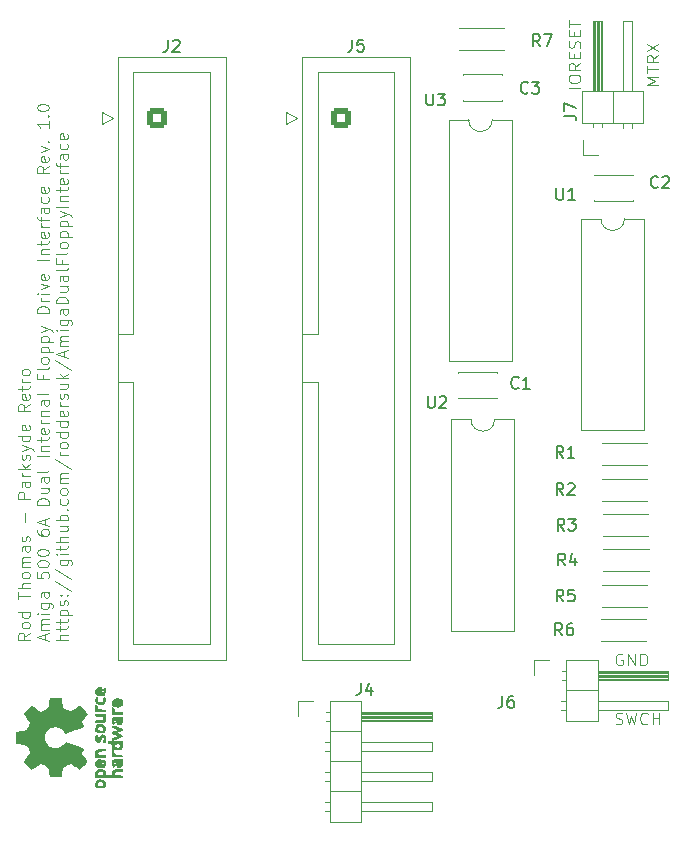
<source format=gto>
G04 #@! TF.GenerationSoftware,KiCad,Pcbnew,8.0.4*
G04 #@! TF.CreationDate,2024-09-09T13:58:12+01:00*
G04 #@! TF.ProjectId,Amiga_internal_floppy_adapter,416d6967-615f-4696-9e74-65726e616c5f,1.0*
G04 #@! TF.SameCoordinates,Original*
G04 #@! TF.FileFunction,Legend,Top*
G04 #@! TF.FilePolarity,Positive*
%FSLAX46Y46*%
G04 Gerber Fmt 4.6, Leading zero omitted, Abs format (unit mm)*
G04 Created by KiCad (PCBNEW 8.0.4) date 2024-09-09 13:58:12*
%MOMM*%
%LPD*%
G01*
G04 APERTURE LIST*
G04 Aperture macros list*
%AMRoundRect*
0 Rectangle with rounded corners*
0 $1 Rounding radius*
0 $2 $3 $4 $5 $6 $7 $8 $9 X,Y pos of 4 corners*
0 Add a 4 corners polygon primitive as box body*
4,1,4,$2,$3,$4,$5,$6,$7,$8,$9,$2,$3,0*
0 Add four circle primitives for the rounded corners*
1,1,$1+$1,$2,$3*
1,1,$1+$1,$4,$5*
1,1,$1+$1,$6,$7*
1,1,$1+$1,$8,$9*
0 Add four rect primitives between the rounded corners*
20,1,$1+$1,$2,$3,$4,$5,0*
20,1,$1+$1,$4,$5,$6,$7,0*
20,1,$1+$1,$6,$7,$8,$9,0*
20,1,$1+$1,$8,$9,$2,$3,0*%
G04 Aperture macros list end*
%ADD10C,0.100000*%
%ADD11C,0.150000*%
%ADD12C,0.120000*%
%ADD13C,0.000000*%
%ADD14C,1.400000*%
%ADD15O,1.400000X1.400000*%
%ADD16C,1.600000*%
%ADD17R,1.600000X1.600000*%
%ADD18O,1.600000X1.600000*%
%ADD19RoundRect,0.250000X-0.600000X-0.600000X0.600000X-0.600000X0.600000X0.600000X-0.600000X0.600000X0*%
%ADD20C,1.700000*%
%ADD21R,1.700000X1.700000*%
%ADD22O,1.700000X1.700000*%
G04 APERTURE END LIST*
D10*
X106256265Y-126824800D02*
X106399122Y-126872419D01*
X106399122Y-126872419D02*
X106637217Y-126872419D01*
X106637217Y-126872419D02*
X106732455Y-126824800D01*
X106732455Y-126824800D02*
X106780074Y-126777180D01*
X106780074Y-126777180D02*
X106827693Y-126681942D01*
X106827693Y-126681942D02*
X106827693Y-126586704D01*
X106827693Y-126586704D02*
X106780074Y-126491466D01*
X106780074Y-126491466D02*
X106732455Y-126443847D01*
X106732455Y-126443847D02*
X106637217Y-126396228D01*
X106637217Y-126396228D02*
X106446741Y-126348609D01*
X106446741Y-126348609D02*
X106351503Y-126300990D01*
X106351503Y-126300990D02*
X106303884Y-126253371D01*
X106303884Y-126253371D02*
X106256265Y-126158133D01*
X106256265Y-126158133D02*
X106256265Y-126062895D01*
X106256265Y-126062895D02*
X106303884Y-125967657D01*
X106303884Y-125967657D02*
X106351503Y-125920038D01*
X106351503Y-125920038D02*
X106446741Y-125872419D01*
X106446741Y-125872419D02*
X106684836Y-125872419D01*
X106684836Y-125872419D02*
X106827693Y-125920038D01*
X107161027Y-125872419D02*
X107399122Y-126872419D01*
X107399122Y-126872419D02*
X107589598Y-126158133D01*
X107589598Y-126158133D02*
X107780074Y-126872419D01*
X107780074Y-126872419D02*
X108018170Y-125872419D01*
X108970550Y-126777180D02*
X108922931Y-126824800D01*
X108922931Y-126824800D02*
X108780074Y-126872419D01*
X108780074Y-126872419D02*
X108684836Y-126872419D01*
X108684836Y-126872419D02*
X108541979Y-126824800D01*
X108541979Y-126824800D02*
X108446741Y-126729561D01*
X108446741Y-126729561D02*
X108399122Y-126634323D01*
X108399122Y-126634323D02*
X108351503Y-126443847D01*
X108351503Y-126443847D02*
X108351503Y-126300990D01*
X108351503Y-126300990D02*
X108399122Y-126110514D01*
X108399122Y-126110514D02*
X108446741Y-126015276D01*
X108446741Y-126015276D02*
X108541979Y-125920038D01*
X108541979Y-125920038D02*
X108684836Y-125872419D01*
X108684836Y-125872419D02*
X108780074Y-125872419D01*
X108780074Y-125872419D02*
X108922931Y-125920038D01*
X108922931Y-125920038D02*
X108970550Y-125967657D01*
X109399122Y-126872419D02*
X109399122Y-125872419D01*
X109399122Y-126348609D02*
X109970550Y-126348609D01*
X109970550Y-126872419D02*
X109970550Y-125872419D01*
X56652531Y-119124687D02*
X56176340Y-119458020D01*
X56652531Y-119696115D02*
X55652531Y-119696115D01*
X55652531Y-119696115D02*
X55652531Y-119315163D01*
X55652531Y-119315163D02*
X55700150Y-119219925D01*
X55700150Y-119219925D02*
X55747769Y-119172306D01*
X55747769Y-119172306D02*
X55843007Y-119124687D01*
X55843007Y-119124687D02*
X55985864Y-119124687D01*
X55985864Y-119124687D02*
X56081102Y-119172306D01*
X56081102Y-119172306D02*
X56128721Y-119219925D01*
X56128721Y-119219925D02*
X56176340Y-119315163D01*
X56176340Y-119315163D02*
X56176340Y-119696115D01*
X56652531Y-118553258D02*
X56604912Y-118648496D01*
X56604912Y-118648496D02*
X56557292Y-118696115D01*
X56557292Y-118696115D02*
X56462054Y-118743734D01*
X56462054Y-118743734D02*
X56176340Y-118743734D01*
X56176340Y-118743734D02*
X56081102Y-118696115D01*
X56081102Y-118696115D02*
X56033483Y-118648496D01*
X56033483Y-118648496D02*
X55985864Y-118553258D01*
X55985864Y-118553258D02*
X55985864Y-118410401D01*
X55985864Y-118410401D02*
X56033483Y-118315163D01*
X56033483Y-118315163D02*
X56081102Y-118267544D01*
X56081102Y-118267544D02*
X56176340Y-118219925D01*
X56176340Y-118219925D02*
X56462054Y-118219925D01*
X56462054Y-118219925D02*
X56557292Y-118267544D01*
X56557292Y-118267544D02*
X56604912Y-118315163D01*
X56604912Y-118315163D02*
X56652531Y-118410401D01*
X56652531Y-118410401D02*
X56652531Y-118553258D01*
X56652531Y-117362782D02*
X55652531Y-117362782D01*
X56604912Y-117362782D02*
X56652531Y-117458020D01*
X56652531Y-117458020D02*
X56652531Y-117648496D01*
X56652531Y-117648496D02*
X56604912Y-117743734D01*
X56604912Y-117743734D02*
X56557292Y-117791353D01*
X56557292Y-117791353D02*
X56462054Y-117838972D01*
X56462054Y-117838972D02*
X56176340Y-117838972D01*
X56176340Y-117838972D02*
X56081102Y-117791353D01*
X56081102Y-117791353D02*
X56033483Y-117743734D01*
X56033483Y-117743734D02*
X55985864Y-117648496D01*
X55985864Y-117648496D02*
X55985864Y-117458020D01*
X55985864Y-117458020D02*
X56033483Y-117362782D01*
X55652531Y-116267543D02*
X55652531Y-115696115D01*
X56652531Y-115981829D02*
X55652531Y-115981829D01*
X56652531Y-115362781D02*
X55652531Y-115362781D01*
X56652531Y-114934210D02*
X56128721Y-114934210D01*
X56128721Y-114934210D02*
X56033483Y-114981829D01*
X56033483Y-114981829D02*
X55985864Y-115077067D01*
X55985864Y-115077067D02*
X55985864Y-115219924D01*
X55985864Y-115219924D02*
X56033483Y-115315162D01*
X56033483Y-115315162D02*
X56081102Y-115362781D01*
X56652531Y-114315162D02*
X56604912Y-114410400D01*
X56604912Y-114410400D02*
X56557292Y-114458019D01*
X56557292Y-114458019D02*
X56462054Y-114505638D01*
X56462054Y-114505638D02*
X56176340Y-114505638D01*
X56176340Y-114505638D02*
X56081102Y-114458019D01*
X56081102Y-114458019D02*
X56033483Y-114410400D01*
X56033483Y-114410400D02*
X55985864Y-114315162D01*
X55985864Y-114315162D02*
X55985864Y-114172305D01*
X55985864Y-114172305D02*
X56033483Y-114077067D01*
X56033483Y-114077067D02*
X56081102Y-114029448D01*
X56081102Y-114029448D02*
X56176340Y-113981829D01*
X56176340Y-113981829D02*
X56462054Y-113981829D01*
X56462054Y-113981829D02*
X56557292Y-114029448D01*
X56557292Y-114029448D02*
X56604912Y-114077067D01*
X56604912Y-114077067D02*
X56652531Y-114172305D01*
X56652531Y-114172305D02*
X56652531Y-114315162D01*
X56652531Y-113553257D02*
X55985864Y-113553257D01*
X56081102Y-113553257D02*
X56033483Y-113505638D01*
X56033483Y-113505638D02*
X55985864Y-113410400D01*
X55985864Y-113410400D02*
X55985864Y-113267543D01*
X55985864Y-113267543D02*
X56033483Y-113172305D01*
X56033483Y-113172305D02*
X56128721Y-113124686D01*
X56128721Y-113124686D02*
X56652531Y-113124686D01*
X56128721Y-113124686D02*
X56033483Y-113077067D01*
X56033483Y-113077067D02*
X55985864Y-112981829D01*
X55985864Y-112981829D02*
X55985864Y-112838972D01*
X55985864Y-112838972D02*
X56033483Y-112743733D01*
X56033483Y-112743733D02*
X56128721Y-112696114D01*
X56128721Y-112696114D02*
X56652531Y-112696114D01*
X56652531Y-111791353D02*
X56128721Y-111791353D01*
X56128721Y-111791353D02*
X56033483Y-111838972D01*
X56033483Y-111838972D02*
X55985864Y-111934210D01*
X55985864Y-111934210D02*
X55985864Y-112124686D01*
X55985864Y-112124686D02*
X56033483Y-112219924D01*
X56604912Y-111791353D02*
X56652531Y-111886591D01*
X56652531Y-111886591D02*
X56652531Y-112124686D01*
X56652531Y-112124686D02*
X56604912Y-112219924D01*
X56604912Y-112219924D02*
X56509673Y-112267543D01*
X56509673Y-112267543D02*
X56414435Y-112267543D01*
X56414435Y-112267543D02*
X56319197Y-112219924D01*
X56319197Y-112219924D02*
X56271578Y-112124686D01*
X56271578Y-112124686D02*
X56271578Y-111886591D01*
X56271578Y-111886591D02*
X56223959Y-111791353D01*
X56604912Y-111362781D02*
X56652531Y-111267543D01*
X56652531Y-111267543D02*
X56652531Y-111077067D01*
X56652531Y-111077067D02*
X56604912Y-110981829D01*
X56604912Y-110981829D02*
X56509673Y-110934210D01*
X56509673Y-110934210D02*
X56462054Y-110934210D01*
X56462054Y-110934210D02*
X56366816Y-110981829D01*
X56366816Y-110981829D02*
X56319197Y-111077067D01*
X56319197Y-111077067D02*
X56319197Y-111219924D01*
X56319197Y-111219924D02*
X56271578Y-111315162D01*
X56271578Y-111315162D02*
X56176340Y-111362781D01*
X56176340Y-111362781D02*
X56128721Y-111362781D01*
X56128721Y-111362781D02*
X56033483Y-111315162D01*
X56033483Y-111315162D02*
X55985864Y-111219924D01*
X55985864Y-111219924D02*
X55985864Y-111077067D01*
X55985864Y-111077067D02*
X56033483Y-110981829D01*
X56271578Y-109743733D02*
X56271578Y-108981829D01*
X56652531Y-107743733D02*
X55652531Y-107743733D01*
X55652531Y-107743733D02*
X55652531Y-107362781D01*
X55652531Y-107362781D02*
X55700150Y-107267543D01*
X55700150Y-107267543D02*
X55747769Y-107219924D01*
X55747769Y-107219924D02*
X55843007Y-107172305D01*
X55843007Y-107172305D02*
X55985864Y-107172305D01*
X55985864Y-107172305D02*
X56081102Y-107219924D01*
X56081102Y-107219924D02*
X56128721Y-107267543D01*
X56128721Y-107267543D02*
X56176340Y-107362781D01*
X56176340Y-107362781D02*
X56176340Y-107743733D01*
X56652531Y-106315162D02*
X56128721Y-106315162D01*
X56128721Y-106315162D02*
X56033483Y-106362781D01*
X56033483Y-106362781D02*
X55985864Y-106458019D01*
X55985864Y-106458019D02*
X55985864Y-106648495D01*
X55985864Y-106648495D02*
X56033483Y-106743733D01*
X56604912Y-106315162D02*
X56652531Y-106410400D01*
X56652531Y-106410400D02*
X56652531Y-106648495D01*
X56652531Y-106648495D02*
X56604912Y-106743733D01*
X56604912Y-106743733D02*
X56509673Y-106791352D01*
X56509673Y-106791352D02*
X56414435Y-106791352D01*
X56414435Y-106791352D02*
X56319197Y-106743733D01*
X56319197Y-106743733D02*
X56271578Y-106648495D01*
X56271578Y-106648495D02*
X56271578Y-106410400D01*
X56271578Y-106410400D02*
X56223959Y-106315162D01*
X56652531Y-105838971D02*
X55985864Y-105838971D01*
X56176340Y-105838971D02*
X56081102Y-105791352D01*
X56081102Y-105791352D02*
X56033483Y-105743733D01*
X56033483Y-105743733D02*
X55985864Y-105648495D01*
X55985864Y-105648495D02*
X55985864Y-105553257D01*
X56652531Y-105219923D02*
X55652531Y-105219923D01*
X56271578Y-105124685D02*
X56652531Y-104838971D01*
X55985864Y-104838971D02*
X56366816Y-105219923D01*
X56604912Y-104458018D02*
X56652531Y-104362780D01*
X56652531Y-104362780D02*
X56652531Y-104172304D01*
X56652531Y-104172304D02*
X56604912Y-104077066D01*
X56604912Y-104077066D02*
X56509673Y-104029447D01*
X56509673Y-104029447D02*
X56462054Y-104029447D01*
X56462054Y-104029447D02*
X56366816Y-104077066D01*
X56366816Y-104077066D02*
X56319197Y-104172304D01*
X56319197Y-104172304D02*
X56319197Y-104315161D01*
X56319197Y-104315161D02*
X56271578Y-104410399D01*
X56271578Y-104410399D02*
X56176340Y-104458018D01*
X56176340Y-104458018D02*
X56128721Y-104458018D01*
X56128721Y-104458018D02*
X56033483Y-104410399D01*
X56033483Y-104410399D02*
X55985864Y-104315161D01*
X55985864Y-104315161D02*
X55985864Y-104172304D01*
X55985864Y-104172304D02*
X56033483Y-104077066D01*
X55985864Y-103696113D02*
X56652531Y-103458018D01*
X55985864Y-103219923D02*
X56652531Y-103458018D01*
X56652531Y-103458018D02*
X56890626Y-103553256D01*
X56890626Y-103553256D02*
X56938245Y-103600875D01*
X56938245Y-103600875D02*
X56985864Y-103696113D01*
X56652531Y-102410399D02*
X55652531Y-102410399D01*
X56604912Y-102410399D02*
X56652531Y-102505637D01*
X56652531Y-102505637D02*
X56652531Y-102696113D01*
X56652531Y-102696113D02*
X56604912Y-102791351D01*
X56604912Y-102791351D02*
X56557292Y-102838970D01*
X56557292Y-102838970D02*
X56462054Y-102886589D01*
X56462054Y-102886589D02*
X56176340Y-102886589D01*
X56176340Y-102886589D02*
X56081102Y-102838970D01*
X56081102Y-102838970D02*
X56033483Y-102791351D01*
X56033483Y-102791351D02*
X55985864Y-102696113D01*
X55985864Y-102696113D02*
X55985864Y-102505637D01*
X55985864Y-102505637D02*
X56033483Y-102410399D01*
X56604912Y-101553256D02*
X56652531Y-101648494D01*
X56652531Y-101648494D02*
X56652531Y-101838970D01*
X56652531Y-101838970D02*
X56604912Y-101934208D01*
X56604912Y-101934208D02*
X56509673Y-101981827D01*
X56509673Y-101981827D02*
X56128721Y-101981827D01*
X56128721Y-101981827D02*
X56033483Y-101934208D01*
X56033483Y-101934208D02*
X55985864Y-101838970D01*
X55985864Y-101838970D02*
X55985864Y-101648494D01*
X55985864Y-101648494D02*
X56033483Y-101553256D01*
X56033483Y-101553256D02*
X56128721Y-101505637D01*
X56128721Y-101505637D02*
X56223959Y-101505637D01*
X56223959Y-101505637D02*
X56319197Y-101981827D01*
X56652531Y-99743732D02*
X56176340Y-100077065D01*
X56652531Y-100315160D02*
X55652531Y-100315160D01*
X55652531Y-100315160D02*
X55652531Y-99934208D01*
X55652531Y-99934208D02*
X55700150Y-99838970D01*
X55700150Y-99838970D02*
X55747769Y-99791351D01*
X55747769Y-99791351D02*
X55843007Y-99743732D01*
X55843007Y-99743732D02*
X55985864Y-99743732D01*
X55985864Y-99743732D02*
X56081102Y-99791351D01*
X56081102Y-99791351D02*
X56128721Y-99838970D01*
X56128721Y-99838970D02*
X56176340Y-99934208D01*
X56176340Y-99934208D02*
X56176340Y-100315160D01*
X56604912Y-98934208D02*
X56652531Y-99029446D01*
X56652531Y-99029446D02*
X56652531Y-99219922D01*
X56652531Y-99219922D02*
X56604912Y-99315160D01*
X56604912Y-99315160D02*
X56509673Y-99362779D01*
X56509673Y-99362779D02*
X56128721Y-99362779D01*
X56128721Y-99362779D02*
X56033483Y-99315160D01*
X56033483Y-99315160D02*
X55985864Y-99219922D01*
X55985864Y-99219922D02*
X55985864Y-99029446D01*
X55985864Y-99029446D02*
X56033483Y-98934208D01*
X56033483Y-98934208D02*
X56128721Y-98886589D01*
X56128721Y-98886589D02*
X56223959Y-98886589D01*
X56223959Y-98886589D02*
X56319197Y-99362779D01*
X55985864Y-98600874D02*
X55985864Y-98219922D01*
X55652531Y-98458017D02*
X56509673Y-98458017D01*
X56509673Y-98458017D02*
X56604912Y-98410398D01*
X56604912Y-98410398D02*
X56652531Y-98315160D01*
X56652531Y-98315160D02*
X56652531Y-98219922D01*
X56652531Y-97886588D02*
X55985864Y-97886588D01*
X56176340Y-97886588D02*
X56081102Y-97838969D01*
X56081102Y-97838969D02*
X56033483Y-97791350D01*
X56033483Y-97791350D02*
X55985864Y-97696112D01*
X55985864Y-97696112D02*
X55985864Y-97600874D01*
X56652531Y-97124683D02*
X56604912Y-97219921D01*
X56604912Y-97219921D02*
X56557292Y-97267540D01*
X56557292Y-97267540D02*
X56462054Y-97315159D01*
X56462054Y-97315159D02*
X56176340Y-97315159D01*
X56176340Y-97315159D02*
X56081102Y-97267540D01*
X56081102Y-97267540D02*
X56033483Y-97219921D01*
X56033483Y-97219921D02*
X55985864Y-97124683D01*
X55985864Y-97124683D02*
X55985864Y-96981826D01*
X55985864Y-96981826D02*
X56033483Y-96886588D01*
X56033483Y-96886588D02*
X56081102Y-96838969D01*
X56081102Y-96838969D02*
X56176340Y-96791350D01*
X56176340Y-96791350D02*
X56462054Y-96791350D01*
X56462054Y-96791350D02*
X56557292Y-96838969D01*
X56557292Y-96838969D02*
X56604912Y-96886588D01*
X56604912Y-96886588D02*
X56652531Y-96981826D01*
X56652531Y-96981826D02*
X56652531Y-97124683D01*
X57976760Y-119743734D02*
X57976760Y-119267544D01*
X58262475Y-119838972D02*
X57262475Y-119505639D01*
X57262475Y-119505639D02*
X58262475Y-119172306D01*
X58262475Y-118838972D02*
X57595808Y-118838972D01*
X57691046Y-118838972D02*
X57643427Y-118791353D01*
X57643427Y-118791353D02*
X57595808Y-118696115D01*
X57595808Y-118696115D02*
X57595808Y-118553258D01*
X57595808Y-118553258D02*
X57643427Y-118458020D01*
X57643427Y-118458020D02*
X57738665Y-118410401D01*
X57738665Y-118410401D02*
X58262475Y-118410401D01*
X57738665Y-118410401D02*
X57643427Y-118362782D01*
X57643427Y-118362782D02*
X57595808Y-118267544D01*
X57595808Y-118267544D02*
X57595808Y-118124687D01*
X57595808Y-118124687D02*
X57643427Y-118029448D01*
X57643427Y-118029448D02*
X57738665Y-117981829D01*
X57738665Y-117981829D02*
X58262475Y-117981829D01*
X58262475Y-117505639D02*
X57595808Y-117505639D01*
X57262475Y-117505639D02*
X57310094Y-117553258D01*
X57310094Y-117553258D02*
X57357713Y-117505639D01*
X57357713Y-117505639D02*
X57310094Y-117458020D01*
X57310094Y-117458020D02*
X57262475Y-117505639D01*
X57262475Y-117505639D02*
X57357713Y-117505639D01*
X57595808Y-116600878D02*
X58405332Y-116600878D01*
X58405332Y-116600878D02*
X58500570Y-116648497D01*
X58500570Y-116648497D02*
X58548189Y-116696116D01*
X58548189Y-116696116D02*
X58595808Y-116791354D01*
X58595808Y-116791354D02*
X58595808Y-116934211D01*
X58595808Y-116934211D02*
X58548189Y-117029449D01*
X58214856Y-116600878D02*
X58262475Y-116696116D01*
X58262475Y-116696116D02*
X58262475Y-116886592D01*
X58262475Y-116886592D02*
X58214856Y-116981830D01*
X58214856Y-116981830D02*
X58167236Y-117029449D01*
X58167236Y-117029449D02*
X58071998Y-117077068D01*
X58071998Y-117077068D02*
X57786284Y-117077068D01*
X57786284Y-117077068D02*
X57691046Y-117029449D01*
X57691046Y-117029449D02*
X57643427Y-116981830D01*
X57643427Y-116981830D02*
X57595808Y-116886592D01*
X57595808Y-116886592D02*
X57595808Y-116696116D01*
X57595808Y-116696116D02*
X57643427Y-116600878D01*
X58262475Y-115696116D02*
X57738665Y-115696116D01*
X57738665Y-115696116D02*
X57643427Y-115743735D01*
X57643427Y-115743735D02*
X57595808Y-115838973D01*
X57595808Y-115838973D02*
X57595808Y-116029449D01*
X57595808Y-116029449D02*
X57643427Y-116124687D01*
X58214856Y-115696116D02*
X58262475Y-115791354D01*
X58262475Y-115791354D02*
X58262475Y-116029449D01*
X58262475Y-116029449D02*
X58214856Y-116124687D01*
X58214856Y-116124687D02*
X58119617Y-116172306D01*
X58119617Y-116172306D02*
X58024379Y-116172306D01*
X58024379Y-116172306D02*
X57929141Y-116124687D01*
X57929141Y-116124687D02*
X57881522Y-116029449D01*
X57881522Y-116029449D02*
X57881522Y-115791354D01*
X57881522Y-115791354D02*
X57833903Y-115696116D01*
X57262475Y-113981830D02*
X57262475Y-114458020D01*
X57262475Y-114458020D02*
X57738665Y-114505639D01*
X57738665Y-114505639D02*
X57691046Y-114458020D01*
X57691046Y-114458020D02*
X57643427Y-114362782D01*
X57643427Y-114362782D02*
X57643427Y-114124687D01*
X57643427Y-114124687D02*
X57691046Y-114029449D01*
X57691046Y-114029449D02*
X57738665Y-113981830D01*
X57738665Y-113981830D02*
X57833903Y-113934211D01*
X57833903Y-113934211D02*
X58071998Y-113934211D01*
X58071998Y-113934211D02*
X58167236Y-113981830D01*
X58167236Y-113981830D02*
X58214856Y-114029449D01*
X58214856Y-114029449D02*
X58262475Y-114124687D01*
X58262475Y-114124687D02*
X58262475Y-114362782D01*
X58262475Y-114362782D02*
X58214856Y-114458020D01*
X58214856Y-114458020D02*
X58167236Y-114505639D01*
X57262475Y-113315163D02*
X57262475Y-113219925D01*
X57262475Y-113219925D02*
X57310094Y-113124687D01*
X57310094Y-113124687D02*
X57357713Y-113077068D01*
X57357713Y-113077068D02*
X57452951Y-113029449D01*
X57452951Y-113029449D02*
X57643427Y-112981830D01*
X57643427Y-112981830D02*
X57881522Y-112981830D01*
X57881522Y-112981830D02*
X58071998Y-113029449D01*
X58071998Y-113029449D02*
X58167236Y-113077068D01*
X58167236Y-113077068D02*
X58214856Y-113124687D01*
X58214856Y-113124687D02*
X58262475Y-113219925D01*
X58262475Y-113219925D02*
X58262475Y-113315163D01*
X58262475Y-113315163D02*
X58214856Y-113410401D01*
X58214856Y-113410401D02*
X58167236Y-113458020D01*
X58167236Y-113458020D02*
X58071998Y-113505639D01*
X58071998Y-113505639D02*
X57881522Y-113553258D01*
X57881522Y-113553258D02*
X57643427Y-113553258D01*
X57643427Y-113553258D02*
X57452951Y-113505639D01*
X57452951Y-113505639D02*
X57357713Y-113458020D01*
X57357713Y-113458020D02*
X57310094Y-113410401D01*
X57310094Y-113410401D02*
X57262475Y-113315163D01*
X57262475Y-112362782D02*
X57262475Y-112267544D01*
X57262475Y-112267544D02*
X57310094Y-112172306D01*
X57310094Y-112172306D02*
X57357713Y-112124687D01*
X57357713Y-112124687D02*
X57452951Y-112077068D01*
X57452951Y-112077068D02*
X57643427Y-112029449D01*
X57643427Y-112029449D02*
X57881522Y-112029449D01*
X57881522Y-112029449D02*
X58071998Y-112077068D01*
X58071998Y-112077068D02*
X58167236Y-112124687D01*
X58167236Y-112124687D02*
X58214856Y-112172306D01*
X58214856Y-112172306D02*
X58262475Y-112267544D01*
X58262475Y-112267544D02*
X58262475Y-112362782D01*
X58262475Y-112362782D02*
X58214856Y-112458020D01*
X58214856Y-112458020D02*
X58167236Y-112505639D01*
X58167236Y-112505639D02*
X58071998Y-112553258D01*
X58071998Y-112553258D02*
X57881522Y-112600877D01*
X57881522Y-112600877D02*
X57643427Y-112600877D01*
X57643427Y-112600877D02*
X57452951Y-112553258D01*
X57452951Y-112553258D02*
X57357713Y-112505639D01*
X57357713Y-112505639D02*
X57310094Y-112458020D01*
X57310094Y-112458020D02*
X57262475Y-112362782D01*
X57262475Y-110410401D02*
X57262475Y-110600877D01*
X57262475Y-110600877D02*
X57310094Y-110696115D01*
X57310094Y-110696115D02*
X57357713Y-110743734D01*
X57357713Y-110743734D02*
X57500570Y-110838972D01*
X57500570Y-110838972D02*
X57691046Y-110886591D01*
X57691046Y-110886591D02*
X58071998Y-110886591D01*
X58071998Y-110886591D02*
X58167236Y-110838972D01*
X58167236Y-110838972D02*
X58214856Y-110791353D01*
X58214856Y-110791353D02*
X58262475Y-110696115D01*
X58262475Y-110696115D02*
X58262475Y-110505639D01*
X58262475Y-110505639D02*
X58214856Y-110410401D01*
X58214856Y-110410401D02*
X58167236Y-110362782D01*
X58167236Y-110362782D02*
X58071998Y-110315163D01*
X58071998Y-110315163D02*
X57833903Y-110315163D01*
X57833903Y-110315163D02*
X57738665Y-110362782D01*
X57738665Y-110362782D02*
X57691046Y-110410401D01*
X57691046Y-110410401D02*
X57643427Y-110505639D01*
X57643427Y-110505639D02*
X57643427Y-110696115D01*
X57643427Y-110696115D02*
X57691046Y-110791353D01*
X57691046Y-110791353D02*
X57738665Y-110838972D01*
X57738665Y-110838972D02*
X57833903Y-110886591D01*
X57976760Y-109934210D02*
X57976760Y-109458020D01*
X58262475Y-110029448D02*
X57262475Y-109696115D01*
X57262475Y-109696115D02*
X58262475Y-109362782D01*
X58262475Y-108267543D02*
X57262475Y-108267543D01*
X57262475Y-108267543D02*
X57262475Y-108029448D01*
X57262475Y-108029448D02*
X57310094Y-107886591D01*
X57310094Y-107886591D02*
X57405332Y-107791353D01*
X57405332Y-107791353D02*
X57500570Y-107743734D01*
X57500570Y-107743734D02*
X57691046Y-107696115D01*
X57691046Y-107696115D02*
X57833903Y-107696115D01*
X57833903Y-107696115D02*
X58024379Y-107743734D01*
X58024379Y-107743734D02*
X58119617Y-107791353D01*
X58119617Y-107791353D02*
X58214856Y-107886591D01*
X58214856Y-107886591D02*
X58262475Y-108029448D01*
X58262475Y-108029448D02*
X58262475Y-108267543D01*
X57595808Y-106838972D02*
X58262475Y-106838972D01*
X57595808Y-107267543D02*
X58119617Y-107267543D01*
X58119617Y-107267543D02*
X58214856Y-107219924D01*
X58214856Y-107219924D02*
X58262475Y-107124686D01*
X58262475Y-107124686D02*
X58262475Y-106981829D01*
X58262475Y-106981829D02*
X58214856Y-106886591D01*
X58214856Y-106886591D02*
X58167236Y-106838972D01*
X58262475Y-105934210D02*
X57738665Y-105934210D01*
X57738665Y-105934210D02*
X57643427Y-105981829D01*
X57643427Y-105981829D02*
X57595808Y-106077067D01*
X57595808Y-106077067D02*
X57595808Y-106267543D01*
X57595808Y-106267543D02*
X57643427Y-106362781D01*
X58214856Y-105934210D02*
X58262475Y-106029448D01*
X58262475Y-106029448D02*
X58262475Y-106267543D01*
X58262475Y-106267543D02*
X58214856Y-106362781D01*
X58214856Y-106362781D02*
X58119617Y-106410400D01*
X58119617Y-106410400D02*
X58024379Y-106410400D01*
X58024379Y-106410400D02*
X57929141Y-106362781D01*
X57929141Y-106362781D02*
X57881522Y-106267543D01*
X57881522Y-106267543D02*
X57881522Y-106029448D01*
X57881522Y-106029448D02*
X57833903Y-105934210D01*
X58262475Y-105315162D02*
X58214856Y-105410400D01*
X58214856Y-105410400D02*
X58119617Y-105458019D01*
X58119617Y-105458019D02*
X57262475Y-105458019D01*
X58262475Y-104172304D02*
X57262475Y-104172304D01*
X57595808Y-103696114D02*
X58262475Y-103696114D01*
X57691046Y-103696114D02*
X57643427Y-103648495D01*
X57643427Y-103648495D02*
X57595808Y-103553257D01*
X57595808Y-103553257D02*
X57595808Y-103410400D01*
X57595808Y-103410400D02*
X57643427Y-103315162D01*
X57643427Y-103315162D02*
X57738665Y-103267543D01*
X57738665Y-103267543D02*
X58262475Y-103267543D01*
X57595808Y-102934209D02*
X57595808Y-102553257D01*
X57262475Y-102791352D02*
X58119617Y-102791352D01*
X58119617Y-102791352D02*
X58214856Y-102743733D01*
X58214856Y-102743733D02*
X58262475Y-102648495D01*
X58262475Y-102648495D02*
X58262475Y-102553257D01*
X58214856Y-101838971D02*
X58262475Y-101934209D01*
X58262475Y-101934209D02*
X58262475Y-102124685D01*
X58262475Y-102124685D02*
X58214856Y-102219923D01*
X58214856Y-102219923D02*
X58119617Y-102267542D01*
X58119617Y-102267542D02*
X57738665Y-102267542D01*
X57738665Y-102267542D02*
X57643427Y-102219923D01*
X57643427Y-102219923D02*
X57595808Y-102124685D01*
X57595808Y-102124685D02*
X57595808Y-101934209D01*
X57595808Y-101934209D02*
X57643427Y-101838971D01*
X57643427Y-101838971D02*
X57738665Y-101791352D01*
X57738665Y-101791352D02*
X57833903Y-101791352D01*
X57833903Y-101791352D02*
X57929141Y-102267542D01*
X58262475Y-101362780D02*
X57595808Y-101362780D01*
X57786284Y-101362780D02*
X57691046Y-101315161D01*
X57691046Y-101315161D02*
X57643427Y-101267542D01*
X57643427Y-101267542D02*
X57595808Y-101172304D01*
X57595808Y-101172304D02*
X57595808Y-101077066D01*
X57595808Y-100743732D02*
X58262475Y-100743732D01*
X57691046Y-100743732D02*
X57643427Y-100696113D01*
X57643427Y-100696113D02*
X57595808Y-100600875D01*
X57595808Y-100600875D02*
X57595808Y-100458018D01*
X57595808Y-100458018D02*
X57643427Y-100362780D01*
X57643427Y-100362780D02*
X57738665Y-100315161D01*
X57738665Y-100315161D02*
X58262475Y-100315161D01*
X58262475Y-99410399D02*
X57738665Y-99410399D01*
X57738665Y-99410399D02*
X57643427Y-99458018D01*
X57643427Y-99458018D02*
X57595808Y-99553256D01*
X57595808Y-99553256D02*
X57595808Y-99743732D01*
X57595808Y-99743732D02*
X57643427Y-99838970D01*
X58214856Y-99410399D02*
X58262475Y-99505637D01*
X58262475Y-99505637D02*
X58262475Y-99743732D01*
X58262475Y-99743732D02*
X58214856Y-99838970D01*
X58214856Y-99838970D02*
X58119617Y-99886589D01*
X58119617Y-99886589D02*
X58024379Y-99886589D01*
X58024379Y-99886589D02*
X57929141Y-99838970D01*
X57929141Y-99838970D02*
X57881522Y-99743732D01*
X57881522Y-99743732D02*
X57881522Y-99505637D01*
X57881522Y-99505637D02*
X57833903Y-99410399D01*
X58262475Y-98791351D02*
X58214856Y-98886589D01*
X58214856Y-98886589D02*
X58119617Y-98934208D01*
X58119617Y-98934208D02*
X57262475Y-98934208D01*
X57738665Y-97315160D02*
X57738665Y-97648493D01*
X58262475Y-97648493D02*
X57262475Y-97648493D01*
X57262475Y-97648493D02*
X57262475Y-97172303D01*
X58262475Y-96648493D02*
X58214856Y-96743731D01*
X58214856Y-96743731D02*
X58119617Y-96791350D01*
X58119617Y-96791350D02*
X57262475Y-96791350D01*
X58262475Y-96124683D02*
X58214856Y-96219921D01*
X58214856Y-96219921D02*
X58167236Y-96267540D01*
X58167236Y-96267540D02*
X58071998Y-96315159D01*
X58071998Y-96315159D02*
X57786284Y-96315159D01*
X57786284Y-96315159D02*
X57691046Y-96267540D01*
X57691046Y-96267540D02*
X57643427Y-96219921D01*
X57643427Y-96219921D02*
X57595808Y-96124683D01*
X57595808Y-96124683D02*
X57595808Y-95981826D01*
X57595808Y-95981826D02*
X57643427Y-95886588D01*
X57643427Y-95886588D02*
X57691046Y-95838969D01*
X57691046Y-95838969D02*
X57786284Y-95791350D01*
X57786284Y-95791350D02*
X58071998Y-95791350D01*
X58071998Y-95791350D02*
X58167236Y-95838969D01*
X58167236Y-95838969D02*
X58214856Y-95886588D01*
X58214856Y-95886588D02*
X58262475Y-95981826D01*
X58262475Y-95981826D02*
X58262475Y-96124683D01*
X57595808Y-95362778D02*
X58595808Y-95362778D01*
X57643427Y-95362778D02*
X57595808Y-95267540D01*
X57595808Y-95267540D02*
X57595808Y-95077064D01*
X57595808Y-95077064D02*
X57643427Y-94981826D01*
X57643427Y-94981826D02*
X57691046Y-94934207D01*
X57691046Y-94934207D02*
X57786284Y-94886588D01*
X57786284Y-94886588D02*
X58071998Y-94886588D01*
X58071998Y-94886588D02*
X58167236Y-94934207D01*
X58167236Y-94934207D02*
X58214856Y-94981826D01*
X58214856Y-94981826D02*
X58262475Y-95077064D01*
X58262475Y-95077064D02*
X58262475Y-95267540D01*
X58262475Y-95267540D02*
X58214856Y-95362778D01*
X57595808Y-94458016D02*
X58595808Y-94458016D01*
X57643427Y-94458016D02*
X57595808Y-94362778D01*
X57595808Y-94362778D02*
X57595808Y-94172302D01*
X57595808Y-94172302D02*
X57643427Y-94077064D01*
X57643427Y-94077064D02*
X57691046Y-94029445D01*
X57691046Y-94029445D02*
X57786284Y-93981826D01*
X57786284Y-93981826D02*
X58071998Y-93981826D01*
X58071998Y-93981826D02*
X58167236Y-94029445D01*
X58167236Y-94029445D02*
X58214856Y-94077064D01*
X58214856Y-94077064D02*
X58262475Y-94172302D01*
X58262475Y-94172302D02*
X58262475Y-94362778D01*
X58262475Y-94362778D02*
X58214856Y-94458016D01*
X57595808Y-93648492D02*
X58262475Y-93410397D01*
X57595808Y-93172302D02*
X58262475Y-93410397D01*
X58262475Y-93410397D02*
X58500570Y-93505635D01*
X58500570Y-93505635D02*
X58548189Y-93553254D01*
X58548189Y-93553254D02*
X58595808Y-93648492D01*
X58262475Y-92029444D02*
X57262475Y-92029444D01*
X57262475Y-92029444D02*
X57262475Y-91791349D01*
X57262475Y-91791349D02*
X57310094Y-91648492D01*
X57310094Y-91648492D02*
X57405332Y-91553254D01*
X57405332Y-91553254D02*
X57500570Y-91505635D01*
X57500570Y-91505635D02*
X57691046Y-91458016D01*
X57691046Y-91458016D02*
X57833903Y-91458016D01*
X57833903Y-91458016D02*
X58024379Y-91505635D01*
X58024379Y-91505635D02*
X58119617Y-91553254D01*
X58119617Y-91553254D02*
X58214856Y-91648492D01*
X58214856Y-91648492D02*
X58262475Y-91791349D01*
X58262475Y-91791349D02*
X58262475Y-92029444D01*
X58262475Y-91029444D02*
X57595808Y-91029444D01*
X57786284Y-91029444D02*
X57691046Y-90981825D01*
X57691046Y-90981825D02*
X57643427Y-90934206D01*
X57643427Y-90934206D02*
X57595808Y-90838968D01*
X57595808Y-90838968D02*
X57595808Y-90743730D01*
X58262475Y-90410396D02*
X57595808Y-90410396D01*
X57262475Y-90410396D02*
X57310094Y-90458015D01*
X57310094Y-90458015D02*
X57357713Y-90410396D01*
X57357713Y-90410396D02*
X57310094Y-90362777D01*
X57310094Y-90362777D02*
X57262475Y-90410396D01*
X57262475Y-90410396D02*
X57357713Y-90410396D01*
X57595808Y-90029444D02*
X58262475Y-89791349D01*
X58262475Y-89791349D02*
X57595808Y-89553254D01*
X58214856Y-88791349D02*
X58262475Y-88886587D01*
X58262475Y-88886587D02*
X58262475Y-89077063D01*
X58262475Y-89077063D02*
X58214856Y-89172301D01*
X58214856Y-89172301D02*
X58119617Y-89219920D01*
X58119617Y-89219920D02*
X57738665Y-89219920D01*
X57738665Y-89219920D02*
X57643427Y-89172301D01*
X57643427Y-89172301D02*
X57595808Y-89077063D01*
X57595808Y-89077063D02*
X57595808Y-88886587D01*
X57595808Y-88886587D02*
X57643427Y-88791349D01*
X57643427Y-88791349D02*
X57738665Y-88743730D01*
X57738665Y-88743730D02*
X57833903Y-88743730D01*
X57833903Y-88743730D02*
X57929141Y-89219920D01*
X58262475Y-87553253D02*
X57262475Y-87553253D01*
X57595808Y-87077063D02*
X58262475Y-87077063D01*
X57691046Y-87077063D02*
X57643427Y-87029444D01*
X57643427Y-87029444D02*
X57595808Y-86934206D01*
X57595808Y-86934206D02*
X57595808Y-86791349D01*
X57595808Y-86791349D02*
X57643427Y-86696111D01*
X57643427Y-86696111D02*
X57738665Y-86648492D01*
X57738665Y-86648492D02*
X58262475Y-86648492D01*
X57595808Y-86315158D02*
X57595808Y-85934206D01*
X57262475Y-86172301D02*
X58119617Y-86172301D01*
X58119617Y-86172301D02*
X58214856Y-86124682D01*
X58214856Y-86124682D02*
X58262475Y-86029444D01*
X58262475Y-86029444D02*
X58262475Y-85934206D01*
X58214856Y-85219920D02*
X58262475Y-85315158D01*
X58262475Y-85315158D02*
X58262475Y-85505634D01*
X58262475Y-85505634D02*
X58214856Y-85600872D01*
X58214856Y-85600872D02*
X58119617Y-85648491D01*
X58119617Y-85648491D02*
X57738665Y-85648491D01*
X57738665Y-85648491D02*
X57643427Y-85600872D01*
X57643427Y-85600872D02*
X57595808Y-85505634D01*
X57595808Y-85505634D02*
X57595808Y-85315158D01*
X57595808Y-85315158D02*
X57643427Y-85219920D01*
X57643427Y-85219920D02*
X57738665Y-85172301D01*
X57738665Y-85172301D02*
X57833903Y-85172301D01*
X57833903Y-85172301D02*
X57929141Y-85648491D01*
X58262475Y-84743729D02*
X57595808Y-84743729D01*
X57786284Y-84743729D02*
X57691046Y-84696110D01*
X57691046Y-84696110D02*
X57643427Y-84648491D01*
X57643427Y-84648491D02*
X57595808Y-84553253D01*
X57595808Y-84553253D02*
X57595808Y-84458015D01*
X57595808Y-84267538D02*
X57595808Y-83886586D01*
X58262475Y-84124681D02*
X57405332Y-84124681D01*
X57405332Y-84124681D02*
X57310094Y-84077062D01*
X57310094Y-84077062D02*
X57262475Y-83981824D01*
X57262475Y-83981824D02*
X57262475Y-83886586D01*
X58262475Y-83124681D02*
X57738665Y-83124681D01*
X57738665Y-83124681D02*
X57643427Y-83172300D01*
X57643427Y-83172300D02*
X57595808Y-83267538D01*
X57595808Y-83267538D02*
X57595808Y-83458014D01*
X57595808Y-83458014D02*
X57643427Y-83553252D01*
X58214856Y-83124681D02*
X58262475Y-83219919D01*
X58262475Y-83219919D02*
X58262475Y-83458014D01*
X58262475Y-83458014D02*
X58214856Y-83553252D01*
X58214856Y-83553252D02*
X58119617Y-83600871D01*
X58119617Y-83600871D02*
X58024379Y-83600871D01*
X58024379Y-83600871D02*
X57929141Y-83553252D01*
X57929141Y-83553252D02*
X57881522Y-83458014D01*
X57881522Y-83458014D02*
X57881522Y-83219919D01*
X57881522Y-83219919D02*
X57833903Y-83124681D01*
X58214856Y-82219919D02*
X58262475Y-82315157D01*
X58262475Y-82315157D02*
X58262475Y-82505633D01*
X58262475Y-82505633D02*
X58214856Y-82600871D01*
X58214856Y-82600871D02*
X58167236Y-82648490D01*
X58167236Y-82648490D02*
X58071998Y-82696109D01*
X58071998Y-82696109D02*
X57786284Y-82696109D01*
X57786284Y-82696109D02*
X57691046Y-82648490D01*
X57691046Y-82648490D02*
X57643427Y-82600871D01*
X57643427Y-82600871D02*
X57595808Y-82505633D01*
X57595808Y-82505633D02*
X57595808Y-82315157D01*
X57595808Y-82315157D02*
X57643427Y-82219919D01*
X58214856Y-81410395D02*
X58262475Y-81505633D01*
X58262475Y-81505633D02*
X58262475Y-81696109D01*
X58262475Y-81696109D02*
X58214856Y-81791347D01*
X58214856Y-81791347D02*
X58119617Y-81838966D01*
X58119617Y-81838966D02*
X57738665Y-81838966D01*
X57738665Y-81838966D02*
X57643427Y-81791347D01*
X57643427Y-81791347D02*
X57595808Y-81696109D01*
X57595808Y-81696109D02*
X57595808Y-81505633D01*
X57595808Y-81505633D02*
X57643427Y-81410395D01*
X57643427Y-81410395D02*
X57738665Y-81362776D01*
X57738665Y-81362776D02*
X57833903Y-81362776D01*
X57833903Y-81362776D02*
X57929141Y-81838966D01*
X58262475Y-79600871D02*
X57786284Y-79934204D01*
X58262475Y-80172299D02*
X57262475Y-80172299D01*
X57262475Y-80172299D02*
X57262475Y-79791347D01*
X57262475Y-79791347D02*
X57310094Y-79696109D01*
X57310094Y-79696109D02*
X57357713Y-79648490D01*
X57357713Y-79648490D02*
X57452951Y-79600871D01*
X57452951Y-79600871D02*
X57595808Y-79600871D01*
X57595808Y-79600871D02*
X57691046Y-79648490D01*
X57691046Y-79648490D02*
X57738665Y-79696109D01*
X57738665Y-79696109D02*
X57786284Y-79791347D01*
X57786284Y-79791347D02*
X57786284Y-80172299D01*
X58214856Y-78791347D02*
X58262475Y-78886585D01*
X58262475Y-78886585D02*
X58262475Y-79077061D01*
X58262475Y-79077061D02*
X58214856Y-79172299D01*
X58214856Y-79172299D02*
X58119617Y-79219918D01*
X58119617Y-79219918D02*
X57738665Y-79219918D01*
X57738665Y-79219918D02*
X57643427Y-79172299D01*
X57643427Y-79172299D02*
X57595808Y-79077061D01*
X57595808Y-79077061D02*
X57595808Y-78886585D01*
X57595808Y-78886585D02*
X57643427Y-78791347D01*
X57643427Y-78791347D02*
X57738665Y-78743728D01*
X57738665Y-78743728D02*
X57833903Y-78743728D01*
X57833903Y-78743728D02*
X57929141Y-79219918D01*
X57595808Y-78410394D02*
X58262475Y-78172299D01*
X58262475Y-78172299D02*
X57595808Y-77934204D01*
X58167236Y-77553251D02*
X58214856Y-77505632D01*
X58214856Y-77505632D02*
X58262475Y-77553251D01*
X58262475Y-77553251D02*
X58214856Y-77600870D01*
X58214856Y-77600870D02*
X58167236Y-77553251D01*
X58167236Y-77553251D02*
X58262475Y-77553251D01*
X58262475Y-75791347D02*
X58262475Y-76362775D01*
X58262475Y-76077061D02*
X57262475Y-76077061D01*
X57262475Y-76077061D02*
X57405332Y-76172299D01*
X57405332Y-76172299D02*
X57500570Y-76267537D01*
X57500570Y-76267537D02*
X57548189Y-76362775D01*
X58167236Y-75362775D02*
X58214856Y-75315156D01*
X58214856Y-75315156D02*
X58262475Y-75362775D01*
X58262475Y-75362775D02*
X58214856Y-75410394D01*
X58214856Y-75410394D02*
X58167236Y-75362775D01*
X58167236Y-75362775D02*
X58262475Y-75362775D01*
X57262475Y-74696109D02*
X57262475Y-74600871D01*
X57262475Y-74600871D02*
X57310094Y-74505633D01*
X57310094Y-74505633D02*
X57357713Y-74458014D01*
X57357713Y-74458014D02*
X57452951Y-74410395D01*
X57452951Y-74410395D02*
X57643427Y-74362776D01*
X57643427Y-74362776D02*
X57881522Y-74362776D01*
X57881522Y-74362776D02*
X58071998Y-74410395D01*
X58071998Y-74410395D02*
X58167236Y-74458014D01*
X58167236Y-74458014D02*
X58214856Y-74505633D01*
X58214856Y-74505633D02*
X58262475Y-74600871D01*
X58262475Y-74600871D02*
X58262475Y-74696109D01*
X58262475Y-74696109D02*
X58214856Y-74791347D01*
X58214856Y-74791347D02*
X58167236Y-74838966D01*
X58167236Y-74838966D02*
X58071998Y-74886585D01*
X58071998Y-74886585D02*
X57881522Y-74934204D01*
X57881522Y-74934204D02*
X57643427Y-74934204D01*
X57643427Y-74934204D02*
X57452951Y-74886585D01*
X57452951Y-74886585D02*
X57357713Y-74838966D01*
X57357713Y-74838966D02*
X57310094Y-74791347D01*
X57310094Y-74791347D02*
X57262475Y-74696109D01*
X59872419Y-119696115D02*
X58872419Y-119696115D01*
X59872419Y-119267544D02*
X59348609Y-119267544D01*
X59348609Y-119267544D02*
X59253371Y-119315163D01*
X59253371Y-119315163D02*
X59205752Y-119410401D01*
X59205752Y-119410401D02*
X59205752Y-119553258D01*
X59205752Y-119553258D02*
X59253371Y-119648496D01*
X59253371Y-119648496D02*
X59300990Y-119696115D01*
X59205752Y-118934210D02*
X59205752Y-118553258D01*
X58872419Y-118791353D02*
X59729561Y-118791353D01*
X59729561Y-118791353D02*
X59824800Y-118743734D01*
X59824800Y-118743734D02*
X59872419Y-118648496D01*
X59872419Y-118648496D02*
X59872419Y-118553258D01*
X59205752Y-118362781D02*
X59205752Y-117981829D01*
X58872419Y-118219924D02*
X59729561Y-118219924D01*
X59729561Y-118219924D02*
X59824800Y-118172305D01*
X59824800Y-118172305D02*
X59872419Y-118077067D01*
X59872419Y-118077067D02*
X59872419Y-117981829D01*
X59205752Y-117648495D02*
X60205752Y-117648495D01*
X59253371Y-117648495D02*
X59205752Y-117553257D01*
X59205752Y-117553257D02*
X59205752Y-117362781D01*
X59205752Y-117362781D02*
X59253371Y-117267543D01*
X59253371Y-117267543D02*
X59300990Y-117219924D01*
X59300990Y-117219924D02*
X59396228Y-117172305D01*
X59396228Y-117172305D02*
X59681942Y-117172305D01*
X59681942Y-117172305D02*
X59777180Y-117219924D01*
X59777180Y-117219924D02*
X59824800Y-117267543D01*
X59824800Y-117267543D02*
X59872419Y-117362781D01*
X59872419Y-117362781D02*
X59872419Y-117553257D01*
X59872419Y-117553257D02*
X59824800Y-117648495D01*
X59824800Y-116791352D02*
X59872419Y-116696114D01*
X59872419Y-116696114D02*
X59872419Y-116505638D01*
X59872419Y-116505638D02*
X59824800Y-116410400D01*
X59824800Y-116410400D02*
X59729561Y-116362781D01*
X59729561Y-116362781D02*
X59681942Y-116362781D01*
X59681942Y-116362781D02*
X59586704Y-116410400D01*
X59586704Y-116410400D02*
X59539085Y-116505638D01*
X59539085Y-116505638D02*
X59539085Y-116648495D01*
X59539085Y-116648495D02*
X59491466Y-116743733D01*
X59491466Y-116743733D02*
X59396228Y-116791352D01*
X59396228Y-116791352D02*
X59348609Y-116791352D01*
X59348609Y-116791352D02*
X59253371Y-116743733D01*
X59253371Y-116743733D02*
X59205752Y-116648495D01*
X59205752Y-116648495D02*
X59205752Y-116505638D01*
X59205752Y-116505638D02*
X59253371Y-116410400D01*
X59777180Y-115934209D02*
X59824800Y-115886590D01*
X59824800Y-115886590D02*
X59872419Y-115934209D01*
X59872419Y-115934209D02*
X59824800Y-115981828D01*
X59824800Y-115981828D02*
X59777180Y-115934209D01*
X59777180Y-115934209D02*
X59872419Y-115934209D01*
X59253371Y-115934209D02*
X59300990Y-115886590D01*
X59300990Y-115886590D02*
X59348609Y-115934209D01*
X59348609Y-115934209D02*
X59300990Y-115981828D01*
X59300990Y-115981828D02*
X59253371Y-115934209D01*
X59253371Y-115934209D02*
X59348609Y-115934209D01*
X58824800Y-114743734D02*
X60110514Y-115600876D01*
X58824800Y-113696115D02*
X60110514Y-114553257D01*
X59205752Y-112934210D02*
X60015276Y-112934210D01*
X60015276Y-112934210D02*
X60110514Y-112981829D01*
X60110514Y-112981829D02*
X60158133Y-113029448D01*
X60158133Y-113029448D02*
X60205752Y-113124686D01*
X60205752Y-113124686D02*
X60205752Y-113267543D01*
X60205752Y-113267543D02*
X60158133Y-113362781D01*
X59824800Y-112934210D02*
X59872419Y-113029448D01*
X59872419Y-113029448D02*
X59872419Y-113219924D01*
X59872419Y-113219924D02*
X59824800Y-113315162D01*
X59824800Y-113315162D02*
X59777180Y-113362781D01*
X59777180Y-113362781D02*
X59681942Y-113410400D01*
X59681942Y-113410400D02*
X59396228Y-113410400D01*
X59396228Y-113410400D02*
X59300990Y-113362781D01*
X59300990Y-113362781D02*
X59253371Y-113315162D01*
X59253371Y-113315162D02*
X59205752Y-113219924D01*
X59205752Y-113219924D02*
X59205752Y-113029448D01*
X59205752Y-113029448D02*
X59253371Y-112934210D01*
X59872419Y-112458019D02*
X59205752Y-112458019D01*
X58872419Y-112458019D02*
X58920038Y-112505638D01*
X58920038Y-112505638D02*
X58967657Y-112458019D01*
X58967657Y-112458019D02*
X58920038Y-112410400D01*
X58920038Y-112410400D02*
X58872419Y-112458019D01*
X58872419Y-112458019D02*
X58967657Y-112458019D01*
X59205752Y-112124686D02*
X59205752Y-111743734D01*
X58872419Y-111981829D02*
X59729561Y-111981829D01*
X59729561Y-111981829D02*
X59824800Y-111934210D01*
X59824800Y-111934210D02*
X59872419Y-111838972D01*
X59872419Y-111838972D02*
X59872419Y-111743734D01*
X59872419Y-111410400D02*
X58872419Y-111410400D01*
X59872419Y-110981829D02*
X59348609Y-110981829D01*
X59348609Y-110981829D02*
X59253371Y-111029448D01*
X59253371Y-111029448D02*
X59205752Y-111124686D01*
X59205752Y-111124686D02*
X59205752Y-111267543D01*
X59205752Y-111267543D02*
X59253371Y-111362781D01*
X59253371Y-111362781D02*
X59300990Y-111410400D01*
X59205752Y-110077067D02*
X59872419Y-110077067D01*
X59205752Y-110505638D02*
X59729561Y-110505638D01*
X59729561Y-110505638D02*
X59824800Y-110458019D01*
X59824800Y-110458019D02*
X59872419Y-110362781D01*
X59872419Y-110362781D02*
X59872419Y-110219924D01*
X59872419Y-110219924D02*
X59824800Y-110124686D01*
X59824800Y-110124686D02*
X59777180Y-110077067D01*
X59872419Y-109600876D02*
X58872419Y-109600876D01*
X59253371Y-109600876D02*
X59205752Y-109505638D01*
X59205752Y-109505638D02*
X59205752Y-109315162D01*
X59205752Y-109315162D02*
X59253371Y-109219924D01*
X59253371Y-109219924D02*
X59300990Y-109172305D01*
X59300990Y-109172305D02*
X59396228Y-109124686D01*
X59396228Y-109124686D02*
X59681942Y-109124686D01*
X59681942Y-109124686D02*
X59777180Y-109172305D01*
X59777180Y-109172305D02*
X59824800Y-109219924D01*
X59824800Y-109219924D02*
X59872419Y-109315162D01*
X59872419Y-109315162D02*
X59872419Y-109505638D01*
X59872419Y-109505638D02*
X59824800Y-109600876D01*
X59777180Y-108696114D02*
X59824800Y-108648495D01*
X59824800Y-108648495D02*
X59872419Y-108696114D01*
X59872419Y-108696114D02*
X59824800Y-108743733D01*
X59824800Y-108743733D02*
X59777180Y-108696114D01*
X59777180Y-108696114D02*
X59872419Y-108696114D01*
X59824800Y-107791353D02*
X59872419Y-107886591D01*
X59872419Y-107886591D02*
X59872419Y-108077067D01*
X59872419Y-108077067D02*
X59824800Y-108172305D01*
X59824800Y-108172305D02*
X59777180Y-108219924D01*
X59777180Y-108219924D02*
X59681942Y-108267543D01*
X59681942Y-108267543D02*
X59396228Y-108267543D01*
X59396228Y-108267543D02*
X59300990Y-108219924D01*
X59300990Y-108219924D02*
X59253371Y-108172305D01*
X59253371Y-108172305D02*
X59205752Y-108077067D01*
X59205752Y-108077067D02*
X59205752Y-107886591D01*
X59205752Y-107886591D02*
X59253371Y-107791353D01*
X59872419Y-107219924D02*
X59824800Y-107315162D01*
X59824800Y-107315162D02*
X59777180Y-107362781D01*
X59777180Y-107362781D02*
X59681942Y-107410400D01*
X59681942Y-107410400D02*
X59396228Y-107410400D01*
X59396228Y-107410400D02*
X59300990Y-107362781D01*
X59300990Y-107362781D02*
X59253371Y-107315162D01*
X59253371Y-107315162D02*
X59205752Y-107219924D01*
X59205752Y-107219924D02*
X59205752Y-107077067D01*
X59205752Y-107077067D02*
X59253371Y-106981829D01*
X59253371Y-106981829D02*
X59300990Y-106934210D01*
X59300990Y-106934210D02*
X59396228Y-106886591D01*
X59396228Y-106886591D02*
X59681942Y-106886591D01*
X59681942Y-106886591D02*
X59777180Y-106934210D01*
X59777180Y-106934210D02*
X59824800Y-106981829D01*
X59824800Y-106981829D02*
X59872419Y-107077067D01*
X59872419Y-107077067D02*
X59872419Y-107219924D01*
X59872419Y-106458019D02*
X59205752Y-106458019D01*
X59300990Y-106458019D02*
X59253371Y-106410400D01*
X59253371Y-106410400D02*
X59205752Y-106315162D01*
X59205752Y-106315162D02*
X59205752Y-106172305D01*
X59205752Y-106172305D02*
X59253371Y-106077067D01*
X59253371Y-106077067D02*
X59348609Y-106029448D01*
X59348609Y-106029448D02*
X59872419Y-106029448D01*
X59348609Y-106029448D02*
X59253371Y-105981829D01*
X59253371Y-105981829D02*
X59205752Y-105886591D01*
X59205752Y-105886591D02*
X59205752Y-105743734D01*
X59205752Y-105743734D02*
X59253371Y-105648495D01*
X59253371Y-105648495D02*
X59348609Y-105600876D01*
X59348609Y-105600876D02*
X59872419Y-105600876D01*
X58824800Y-104410401D02*
X60110514Y-105267543D01*
X59872419Y-104077067D02*
X59205752Y-104077067D01*
X59396228Y-104077067D02*
X59300990Y-104029448D01*
X59300990Y-104029448D02*
X59253371Y-103981829D01*
X59253371Y-103981829D02*
X59205752Y-103886591D01*
X59205752Y-103886591D02*
X59205752Y-103791353D01*
X59872419Y-103315162D02*
X59824800Y-103410400D01*
X59824800Y-103410400D02*
X59777180Y-103458019D01*
X59777180Y-103458019D02*
X59681942Y-103505638D01*
X59681942Y-103505638D02*
X59396228Y-103505638D01*
X59396228Y-103505638D02*
X59300990Y-103458019D01*
X59300990Y-103458019D02*
X59253371Y-103410400D01*
X59253371Y-103410400D02*
X59205752Y-103315162D01*
X59205752Y-103315162D02*
X59205752Y-103172305D01*
X59205752Y-103172305D02*
X59253371Y-103077067D01*
X59253371Y-103077067D02*
X59300990Y-103029448D01*
X59300990Y-103029448D02*
X59396228Y-102981829D01*
X59396228Y-102981829D02*
X59681942Y-102981829D01*
X59681942Y-102981829D02*
X59777180Y-103029448D01*
X59777180Y-103029448D02*
X59824800Y-103077067D01*
X59824800Y-103077067D02*
X59872419Y-103172305D01*
X59872419Y-103172305D02*
X59872419Y-103315162D01*
X59872419Y-102124686D02*
X58872419Y-102124686D01*
X59824800Y-102124686D02*
X59872419Y-102219924D01*
X59872419Y-102219924D02*
X59872419Y-102410400D01*
X59872419Y-102410400D02*
X59824800Y-102505638D01*
X59824800Y-102505638D02*
X59777180Y-102553257D01*
X59777180Y-102553257D02*
X59681942Y-102600876D01*
X59681942Y-102600876D02*
X59396228Y-102600876D01*
X59396228Y-102600876D02*
X59300990Y-102553257D01*
X59300990Y-102553257D02*
X59253371Y-102505638D01*
X59253371Y-102505638D02*
X59205752Y-102410400D01*
X59205752Y-102410400D02*
X59205752Y-102219924D01*
X59205752Y-102219924D02*
X59253371Y-102124686D01*
X59872419Y-101219924D02*
X58872419Y-101219924D01*
X59824800Y-101219924D02*
X59872419Y-101315162D01*
X59872419Y-101315162D02*
X59872419Y-101505638D01*
X59872419Y-101505638D02*
X59824800Y-101600876D01*
X59824800Y-101600876D02*
X59777180Y-101648495D01*
X59777180Y-101648495D02*
X59681942Y-101696114D01*
X59681942Y-101696114D02*
X59396228Y-101696114D01*
X59396228Y-101696114D02*
X59300990Y-101648495D01*
X59300990Y-101648495D02*
X59253371Y-101600876D01*
X59253371Y-101600876D02*
X59205752Y-101505638D01*
X59205752Y-101505638D02*
X59205752Y-101315162D01*
X59205752Y-101315162D02*
X59253371Y-101219924D01*
X59824800Y-100362781D02*
X59872419Y-100458019D01*
X59872419Y-100458019D02*
X59872419Y-100648495D01*
X59872419Y-100648495D02*
X59824800Y-100743733D01*
X59824800Y-100743733D02*
X59729561Y-100791352D01*
X59729561Y-100791352D02*
X59348609Y-100791352D01*
X59348609Y-100791352D02*
X59253371Y-100743733D01*
X59253371Y-100743733D02*
X59205752Y-100648495D01*
X59205752Y-100648495D02*
X59205752Y-100458019D01*
X59205752Y-100458019D02*
X59253371Y-100362781D01*
X59253371Y-100362781D02*
X59348609Y-100315162D01*
X59348609Y-100315162D02*
X59443847Y-100315162D01*
X59443847Y-100315162D02*
X59539085Y-100791352D01*
X59872419Y-99886590D02*
X59205752Y-99886590D01*
X59396228Y-99886590D02*
X59300990Y-99838971D01*
X59300990Y-99838971D02*
X59253371Y-99791352D01*
X59253371Y-99791352D02*
X59205752Y-99696114D01*
X59205752Y-99696114D02*
X59205752Y-99600876D01*
X59824800Y-99315161D02*
X59872419Y-99219923D01*
X59872419Y-99219923D02*
X59872419Y-99029447D01*
X59872419Y-99029447D02*
X59824800Y-98934209D01*
X59824800Y-98934209D02*
X59729561Y-98886590D01*
X59729561Y-98886590D02*
X59681942Y-98886590D01*
X59681942Y-98886590D02*
X59586704Y-98934209D01*
X59586704Y-98934209D02*
X59539085Y-99029447D01*
X59539085Y-99029447D02*
X59539085Y-99172304D01*
X59539085Y-99172304D02*
X59491466Y-99267542D01*
X59491466Y-99267542D02*
X59396228Y-99315161D01*
X59396228Y-99315161D02*
X59348609Y-99315161D01*
X59348609Y-99315161D02*
X59253371Y-99267542D01*
X59253371Y-99267542D02*
X59205752Y-99172304D01*
X59205752Y-99172304D02*
X59205752Y-99029447D01*
X59205752Y-99029447D02*
X59253371Y-98934209D01*
X59205752Y-98029447D02*
X59872419Y-98029447D01*
X59205752Y-98458018D02*
X59729561Y-98458018D01*
X59729561Y-98458018D02*
X59824800Y-98410399D01*
X59824800Y-98410399D02*
X59872419Y-98315161D01*
X59872419Y-98315161D02*
X59872419Y-98172304D01*
X59872419Y-98172304D02*
X59824800Y-98077066D01*
X59824800Y-98077066D02*
X59777180Y-98029447D01*
X59872419Y-97553256D02*
X58872419Y-97553256D01*
X59491466Y-97458018D02*
X59872419Y-97172304D01*
X59205752Y-97172304D02*
X59586704Y-97553256D01*
X58824800Y-96029447D02*
X60110514Y-96886589D01*
X59586704Y-95743732D02*
X59586704Y-95267542D01*
X59872419Y-95838970D02*
X58872419Y-95505637D01*
X58872419Y-95505637D02*
X59872419Y-95172304D01*
X59872419Y-94838970D02*
X59205752Y-94838970D01*
X59300990Y-94838970D02*
X59253371Y-94791351D01*
X59253371Y-94791351D02*
X59205752Y-94696113D01*
X59205752Y-94696113D02*
X59205752Y-94553256D01*
X59205752Y-94553256D02*
X59253371Y-94458018D01*
X59253371Y-94458018D02*
X59348609Y-94410399D01*
X59348609Y-94410399D02*
X59872419Y-94410399D01*
X59348609Y-94410399D02*
X59253371Y-94362780D01*
X59253371Y-94362780D02*
X59205752Y-94267542D01*
X59205752Y-94267542D02*
X59205752Y-94124685D01*
X59205752Y-94124685D02*
X59253371Y-94029446D01*
X59253371Y-94029446D02*
X59348609Y-93981827D01*
X59348609Y-93981827D02*
X59872419Y-93981827D01*
X59872419Y-93505637D02*
X59205752Y-93505637D01*
X58872419Y-93505637D02*
X58920038Y-93553256D01*
X58920038Y-93553256D02*
X58967657Y-93505637D01*
X58967657Y-93505637D02*
X58920038Y-93458018D01*
X58920038Y-93458018D02*
X58872419Y-93505637D01*
X58872419Y-93505637D02*
X58967657Y-93505637D01*
X59205752Y-92600876D02*
X60015276Y-92600876D01*
X60015276Y-92600876D02*
X60110514Y-92648495D01*
X60110514Y-92648495D02*
X60158133Y-92696114D01*
X60158133Y-92696114D02*
X60205752Y-92791352D01*
X60205752Y-92791352D02*
X60205752Y-92934209D01*
X60205752Y-92934209D02*
X60158133Y-93029447D01*
X59824800Y-92600876D02*
X59872419Y-92696114D01*
X59872419Y-92696114D02*
X59872419Y-92886590D01*
X59872419Y-92886590D02*
X59824800Y-92981828D01*
X59824800Y-92981828D02*
X59777180Y-93029447D01*
X59777180Y-93029447D02*
X59681942Y-93077066D01*
X59681942Y-93077066D02*
X59396228Y-93077066D01*
X59396228Y-93077066D02*
X59300990Y-93029447D01*
X59300990Y-93029447D02*
X59253371Y-92981828D01*
X59253371Y-92981828D02*
X59205752Y-92886590D01*
X59205752Y-92886590D02*
X59205752Y-92696114D01*
X59205752Y-92696114D02*
X59253371Y-92600876D01*
X59872419Y-91696114D02*
X59348609Y-91696114D01*
X59348609Y-91696114D02*
X59253371Y-91743733D01*
X59253371Y-91743733D02*
X59205752Y-91838971D01*
X59205752Y-91838971D02*
X59205752Y-92029447D01*
X59205752Y-92029447D02*
X59253371Y-92124685D01*
X59824800Y-91696114D02*
X59872419Y-91791352D01*
X59872419Y-91791352D02*
X59872419Y-92029447D01*
X59872419Y-92029447D02*
X59824800Y-92124685D01*
X59824800Y-92124685D02*
X59729561Y-92172304D01*
X59729561Y-92172304D02*
X59634323Y-92172304D01*
X59634323Y-92172304D02*
X59539085Y-92124685D01*
X59539085Y-92124685D02*
X59491466Y-92029447D01*
X59491466Y-92029447D02*
X59491466Y-91791352D01*
X59491466Y-91791352D02*
X59443847Y-91696114D01*
X59872419Y-91219923D02*
X58872419Y-91219923D01*
X58872419Y-91219923D02*
X58872419Y-90981828D01*
X58872419Y-90981828D02*
X58920038Y-90838971D01*
X58920038Y-90838971D02*
X59015276Y-90743733D01*
X59015276Y-90743733D02*
X59110514Y-90696114D01*
X59110514Y-90696114D02*
X59300990Y-90648495D01*
X59300990Y-90648495D02*
X59443847Y-90648495D01*
X59443847Y-90648495D02*
X59634323Y-90696114D01*
X59634323Y-90696114D02*
X59729561Y-90743733D01*
X59729561Y-90743733D02*
X59824800Y-90838971D01*
X59824800Y-90838971D02*
X59872419Y-90981828D01*
X59872419Y-90981828D02*
X59872419Y-91219923D01*
X59205752Y-89791352D02*
X59872419Y-89791352D01*
X59205752Y-90219923D02*
X59729561Y-90219923D01*
X59729561Y-90219923D02*
X59824800Y-90172304D01*
X59824800Y-90172304D02*
X59872419Y-90077066D01*
X59872419Y-90077066D02*
X59872419Y-89934209D01*
X59872419Y-89934209D02*
X59824800Y-89838971D01*
X59824800Y-89838971D02*
X59777180Y-89791352D01*
X59872419Y-88886590D02*
X59348609Y-88886590D01*
X59348609Y-88886590D02*
X59253371Y-88934209D01*
X59253371Y-88934209D02*
X59205752Y-89029447D01*
X59205752Y-89029447D02*
X59205752Y-89219923D01*
X59205752Y-89219923D02*
X59253371Y-89315161D01*
X59824800Y-88886590D02*
X59872419Y-88981828D01*
X59872419Y-88981828D02*
X59872419Y-89219923D01*
X59872419Y-89219923D02*
X59824800Y-89315161D01*
X59824800Y-89315161D02*
X59729561Y-89362780D01*
X59729561Y-89362780D02*
X59634323Y-89362780D01*
X59634323Y-89362780D02*
X59539085Y-89315161D01*
X59539085Y-89315161D02*
X59491466Y-89219923D01*
X59491466Y-89219923D02*
X59491466Y-88981828D01*
X59491466Y-88981828D02*
X59443847Y-88886590D01*
X59872419Y-88267542D02*
X59824800Y-88362780D01*
X59824800Y-88362780D02*
X59729561Y-88410399D01*
X59729561Y-88410399D02*
X58872419Y-88410399D01*
X59348609Y-87553256D02*
X59348609Y-87886589D01*
X59872419Y-87886589D02*
X58872419Y-87886589D01*
X58872419Y-87886589D02*
X58872419Y-87410399D01*
X59872419Y-86886589D02*
X59824800Y-86981827D01*
X59824800Y-86981827D02*
X59729561Y-87029446D01*
X59729561Y-87029446D02*
X58872419Y-87029446D01*
X59872419Y-86362779D02*
X59824800Y-86458017D01*
X59824800Y-86458017D02*
X59777180Y-86505636D01*
X59777180Y-86505636D02*
X59681942Y-86553255D01*
X59681942Y-86553255D02*
X59396228Y-86553255D01*
X59396228Y-86553255D02*
X59300990Y-86505636D01*
X59300990Y-86505636D02*
X59253371Y-86458017D01*
X59253371Y-86458017D02*
X59205752Y-86362779D01*
X59205752Y-86362779D02*
X59205752Y-86219922D01*
X59205752Y-86219922D02*
X59253371Y-86124684D01*
X59253371Y-86124684D02*
X59300990Y-86077065D01*
X59300990Y-86077065D02*
X59396228Y-86029446D01*
X59396228Y-86029446D02*
X59681942Y-86029446D01*
X59681942Y-86029446D02*
X59777180Y-86077065D01*
X59777180Y-86077065D02*
X59824800Y-86124684D01*
X59824800Y-86124684D02*
X59872419Y-86219922D01*
X59872419Y-86219922D02*
X59872419Y-86362779D01*
X59205752Y-85600874D02*
X60205752Y-85600874D01*
X59253371Y-85600874D02*
X59205752Y-85505636D01*
X59205752Y-85505636D02*
X59205752Y-85315160D01*
X59205752Y-85315160D02*
X59253371Y-85219922D01*
X59253371Y-85219922D02*
X59300990Y-85172303D01*
X59300990Y-85172303D02*
X59396228Y-85124684D01*
X59396228Y-85124684D02*
X59681942Y-85124684D01*
X59681942Y-85124684D02*
X59777180Y-85172303D01*
X59777180Y-85172303D02*
X59824800Y-85219922D01*
X59824800Y-85219922D02*
X59872419Y-85315160D01*
X59872419Y-85315160D02*
X59872419Y-85505636D01*
X59872419Y-85505636D02*
X59824800Y-85600874D01*
X59205752Y-84696112D02*
X60205752Y-84696112D01*
X59253371Y-84696112D02*
X59205752Y-84600874D01*
X59205752Y-84600874D02*
X59205752Y-84410398D01*
X59205752Y-84410398D02*
X59253371Y-84315160D01*
X59253371Y-84315160D02*
X59300990Y-84267541D01*
X59300990Y-84267541D02*
X59396228Y-84219922D01*
X59396228Y-84219922D02*
X59681942Y-84219922D01*
X59681942Y-84219922D02*
X59777180Y-84267541D01*
X59777180Y-84267541D02*
X59824800Y-84315160D01*
X59824800Y-84315160D02*
X59872419Y-84410398D01*
X59872419Y-84410398D02*
X59872419Y-84600874D01*
X59872419Y-84600874D02*
X59824800Y-84696112D01*
X59205752Y-83886588D02*
X59872419Y-83648493D01*
X59205752Y-83410398D02*
X59872419Y-83648493D01*
X59872419Y-83648493D02*
X60110514Y-83743731D01*
X60110514Y-83743731D02*
X60158133Y-83791350D01*
X60158133Y-83791350D02*
X60205752Y-83886588D01*
X59872419Y-83029445D02*
X58872419Y-83029445D01*
X59205752Y-82553255D02*
X59872419Y-82553255D01*
X59300990Y-82553255D02*
X59253371Y-82505636D01*
X59253371Y-82505636D02*
X59205752Y-82410398D01*
X59205752Y-82410398D02*
X59205752Y-82267541D01*
X59205752Y-82267541D02*
X59253371Y-82172303D01*
X59253371Y-82172303D02*
X59348609Y-82124684D01*
X59348609Y-82124684D02*
X59872419Y-82124684D01*
X59205752Y-81791350D02*
X59205752Y-81410398D01*
X58872419Y-81648493D02*
X59729561Y-81648493D01*
X59729561Y-81648493D02*
X59824800Y-81600874D01*
X59824800Y-81600874D02*
X59872419Y-81505636D01*
X59872419Y-81505636D02*
X59872419Y-81410398D01*
X59824800Y-80696112D02*
X59872419Y-80791350D01*
X59872419Y-80791350D02*
X59872419Y-80981826D01*
X59872419Y-80981826D02*
X59824800Y-81077064D01*
X59824800Y-81077064D02*
X59729561Y-81124683D01*
X59729561Y-81124683D02*
X59348609Y-81124683D01*
X59348609Y-81124683D02*
X59253371Y-81077064D01*
X59253371Y-81077064D02*
X59205752Y-80981826D01*
X59205752Y-80981826D02*
X59205752Y-80791350D01*
X59205752Y-80791350D02*
X59253371Y-80696112D01*
X59253371Y-80696112D02*
X59348609Y-80648493D01*
X59348609Y-80648493D02*
X59443847Y-80648493D01*
X59443847Y-80648493D02*
X59539085Y-81124683D01*
X59872419Y-80219921D02*
X59205752Y-80219921D01*
X59396228Y-80219921D02*
X59300990Y-80172302D01*
X59300990Y-80172302D02*
X59253371Y-80124683D01*
X59253371Y-80124683D02*
X59205752Y-80029445D01*
X59205752Y-80029445D02*
X59205752Y-79934207D01*
X59205752Y-79743730D02*
X59205752Y-79362778D01*
X59872419Y-79600873D02*
X59015276Y-79600873D01*
X59015276Y-79600873D02*
X58920038Y-79553254D01*
X58920038Y-79553254D02*
X58872419Y-79458016D01*
X58872419Y-79458016D02*
X58872419Y-79362778D01*
X59872419Y-78600873D02*
X59348609Y-78600873D01*
X59348609Y-78600873D02*
X59253371Y-78648492D01*
X59253371Y-78648492D02*
X59205752Y-78743730D01*
X59205752Y-78743730D02*
X59205752Y-78934206D01*
X59205752Y-78934206D02*
X59253371Y-79029444D01*
X59824800Y-78600873D02*
X59872419Y-78696111D01*
X59872419Y-78696111D02*
X59872419Y-78934206D01*
X59872419Y-78934206D02*
X59824800Y-79029444D01*
X59824800Y-79029444D02*
X59729561Y-79077063D01*
X59729561Y-79077063D02*
X59634323Y-79077063D01*
X59634323Y-79077063D02*
X59539085Y-79029444D01*
X59539085Y-79029444D02*
X59491466Y-78934206D01*
X59491466Y-78934206D02*
X59491466Y-78696111D01*
X59491466Y-78696111D02*
X59443847Y-78600873D01*
X59824800Y-77696111D02*
X59872419Y-77791349D01*
X59872419Y-77791349D02*
X59872419Y-77981825D01*
X59872419Y-77981825D02*
X59824800Y-78077063D01*
X59824800Y-78077063D02*
X59777180Y-78124682D01*
X59777180Y-78124682D02*
X59681942Y-78172301D01*
X59681942Y-78172301D02*
X59396228Y-78172301D01*
X59396228Y-78172301D02*
X59300990Y-78124682D01*
X59300990Y-78124682D02*
X59253371Y-78077063D01*
X59253371Y-78077063D02*
X59205752Y-77981825D01*
X59205752Y-77981825D02*
X59205752Y-77791349D01*
X59205752Y-77791349D02*
X59253371Y-77696111D01*
X59824800Y-76886587D02*
X59872419Y-76981825D01*
X59872419Y-76981825D02*
X59872419Y-77172301D01*
X59872419Y-77172301D02*
X59824800Y-77267539D01*
X59824800Y-77267539D02*
X59729561Y-77315158D01*
X59729561Y-77315158D02*
X59348609Y-77315158D01*
X59348609Y-77315158D02*
X59253371Y-77267539D01*
X59253371Y-77267539D02*
X59205752Y-77172301D01*
X59205752Y-77172301D02*
X59205752Y-76981825D01*
X59205752Y-76981825D02*
X59253371Y-76886587D01*
X59253371Y-76886587D02*
X59348609Y-76838968D01*
X59348609Y-76838968D02*
X59443847Y-76838968D01*
X59443847Y-76838968D02*
X59539085Y-77315158D01*
X103267419Y-72971115D02*
X102267419Y-72971115D01*
X102267419Y-72304449D02*
X102267419Y-72113973D01*
X102267419Y-72113973D02*
X102315038Y-72018735D01*
X102315038Y-72018735D02*
X102410276Y-71923497D01*
X102410276Y-71923497D02*
X102600752Y-71875878D01*
X102600752Y-71875878D02*
X102934085Y-71875878D01*
X102934085Y-71875878D02*
X103124561Y-71923497D01*
X103124561Y-71923497D02*
X103219800Y-72018735D01*
X103219800Y-72018735D02*
X103267419Y-72113973D01*
X103267419Y-72113973D02*
X103267419Y-72304449D01*
X103267419Y-72304449D02*
X103219800Y-72399687D01*
X103219800Y-72399687D02*
X103124561Y-72494925D01*
X103124561Y-72494925D02*
X102934085Y-72542544D01*
X102934085Y-72542544D02*
X102600752Y-72542544D01*
X102600752Y-72542544D02*
X102410276Y-72494925D01*
X102410276Y-72494925D02*
X102315038Y-72399687D01*
X102315038Y-72399687D02*
X102267419Y-72304449D01*
X103267419Y-70875878D02*
X102791228Y-71209211D01*
X103267419Y-71447306D02*
X102267419Y-71447306D01*
X102267419Y-71447306D02*
X102267419Y-71066354D01*
X102267419Y-71066354D02*
X102315038Y-70971116D01*
X102315038Y-70971116D02*
X102362657Y-70923497D01*
X102362657Y-70923497D02*
X102457895Y-70875878D01*
X102457895Y-70875878D02*
X102600752Y-70875878D01*
X102600752Y-70875878D02*
X102695990Y-70923497D01*
X102695990Y-70923497D02*
X102743609Y-70971116D01*
X102743609Y-70971116D02*
X102791228Y-71066354D01*
X102791228Y-71066354D02*
X102791228Y-71447306D01*
X102743609Y-70447306D02*
X102743609Y-70113973D01*
X103267419Y-69971116D02*
X103267419Y-70447306D01*
X103267419Y-70447306D02*
X102267419Y-70447306D01*
X102267419Y-70447306D02*
X102267419Y-69971116D01*
X103219800Y-69590163D02*
X103267419Y-69447306D01*
X103267419Y-69447306D02*
X103267419Y-69209211D01*
X103267419Y-69209211D02*
X103219800Y-69113973D01*
X103219800Y-69113973D02*
X103172180Y-69066354D01*
X103172180Y-69066354D02*
X103076942Y-69018735D01*
X103076942Y-69018735D02*
X102981704Y-69018735D01*
X102981704Y-69018735D02*
X102886466Y-69066354D01*
X102886466Y-69066354D02*
X102838847Y-69113973D01*
X102838847Y-69113973D02*
X102791228Y-69209211D01*
X102791228Y-69209211D02*
X102743609Y-69399687D01*
X102743609Y-69399687D02*
X102695990Y-69494925D01*
X102695990Y-69494925D02*
X102648371Y-69542544D01*
X102648371Y-69542544D02*
X102553133Y-69590163D01*
X102553133Y-69590163D02*
X102457895Y-69590163D01*
X102457895Y-69590163D02*
X102362657Y-69542544D01*
X102362657Y-69542544D02*
X102315038Y-69494925D01*
X102315038Y-69494925D02*
X102267419Y-69399687D01*
X102267419Y-69399687D02*
X102267419Y-69161592D01*
X102267419Y-69161592D02*
X102315038Y-69018735D01*
X102743609Y-68590163D02*
X102743609Y-68256830D01*
X103267419Y-68113973D02*
X103267419Y-68590163D01*
X103267419Y-68590163D02*
X102267419Y-68590163D01*
X102267419Y-68590163D02*
X102267419Y-68113973D01*
X102267419Y-67828258D02*
X102267419Y-67256830D01*
X103267419Y-67542544D02*
X102267419Y-67542544D01*
X109872419Y-72696115D02*
X108872419Y-72696115D01*
X108872419Y-72696115D02*
X109586704Y-72362782D01*
X109586704Y-72362782D02*
X108872419Y-72029449D01*
X108872419Y-72029449D02*
X109872419Y-72029449D01*
X108872419Y-71696115D02*
X108872419Y-71124687D01*
X109872419Y-71410401D02*
X108872419Y-71410401D01*
X109872419Y-70219925D02*
X109396228Y-70553258D01*
X109872419Y-70791353D02*
X108872419Y-70791353D01*
X108872419Y-70791353D02*
X108872419Y-70410401D01*
X108872419Y-70410401D02*
X108920038Y-70315163D01*
X108920038Y-70315163D02*
X108967657Y-70267544D01*
X108967657Y-70267544D02*
X109062895Y-70219925D01*
X109062895Y-70219925D02*
X109205752Y-70219925D01*
X109205752Y-70219925D02*
X109300990Y-70267544D01*
X109300990Y-70267544D02*
X109348609Y-70315163D01*
X109348609Y-70315163D02*
X109396228Y-70410401D01*
X109396228Y-70410401D02*
X109396228Y-70791353D01*
X108872419Y-69886591D02*
X109872419Y-69219925D01*
X108872419Y-69219925D02*
X109872419Y-69886591D01*
X106827693Y-120920038D02*
X106732455Y-120872419D01*
X106732455Y-120872419D02*
X106589598Y-120872419D01*
X106589598Y-120872419D02*
X106446741Y-120920038D01*
X106446741Y-120920038D02*
X106351503Y-121015276D01*
X106351503Y-121015276D02*
X106303884Y-121110514D01*
X106303884Y-121110514D02*
X106256265Y-121300990D01*
X106256265Y-121300990D02*
X106256265Y-121443847D01*
X106256265Y-121443847D02*
X106303884Y-121634323D01*
X106303884Y-121634323D02*
X106351503Y-121729561D01*
X106351503Y-121729561D02*
X106446741Y-121824800D01*
X106446741Y-121824800D02*
X106589598Y-121872419D01*
X106589598Y-121872419D02*
X106684836Y-121872419D01*
X106684836Y-121872419D02*
X106827693Y-121824800D01*
X106827693Y-121824800D02*
X106875312Y-121777180D01*
X106875312Y-121777180D02*
X106875312Y-121443847D01*
X106875312Y-121443847D02*
X106684836Y-121443847D01*
X107303884Y-121872419D02*
X107303884Y-120872419D01*
X107303884Y-120872419D02*
X107875312Y-121872419D01*
X107875312Y-121872419D02*
X107875312Y-120872419D01*
X108351503Y-121872419D02*
X108351503Y-120872419D01*
X108351503Y-120872419D02*
X108589598Y-120872419D01*
X108589598Y-120872419D02*
X108732455Y-120920038D01*
X108732455Y-120920038D02*
X108827693Y-121015276D01*
X108827693Y-121015276D02*
X108875312Y-121110514D01*
X108875312Y-121110514D02*
X108922931Y-121300990D01*
X108922931Y-121300990D02*
X108922931Y-121443847D01*
X108922931Y-121443847D02*
X108875312Y-121634323D01*
X108875312Y-121634323D02*
X108827693Y-121729561D01*
X108827693Y-121729561D02*
X108732455Y-121824800D01*
X108732455Y-121824800D02*
X108589598Y-121872419D01*
X108589598Y-121872419D02*
X108351503Y-121872419D01*
D11*
X101822013Y-104304024D02*
X101488680Y-103827833D01*
X101250585Y-104304024D02*
X101250585Y-103304024D01*
X101250585Y-103304024D02*
X101631537Y-103304024D01*
X101631537Y-103304024D02*
X101726775Y-103351643D01*
X101726775Y-103351643D02*
X101774394Y-103399262D01*
X101774394Y-103399262D02*
X101822013Y-103494500D01*
X101822013Y-103494500D02*
X101822013Y-103637357D01*
X101822013Y-103637357D02*
X101774394Y-103732595D01*
X101774394Y-103732595D02*
X101726775Y-103780214D01*
X101726775Y-103780214D02*
X101631537Y-103827833D01*
X101631537Y-103827833D02*
X101250585Y-103827833D01*
X102774394Y-104304024D02*
X102202966Y-104304024D01*
X102488680Y-104304024D02*
X102488680Y-103304024D01*
X102488680Y-103304024D02*
X102393442Y-103446881D01*
X102393442Y-103446881D02*
X102298204Y-103542119D01*
X102298204Y-103542119D02*
X102202966Y-103589738D01*
X98033333Y-98354580D02*
X97985714Y-98402200D01*
X97985714Y-98402200D02*
X97842857Y-98449819D01*
X97842857Y-98449819D02*
X97747619Y-98449819D01*
X97747619Y-98449819D02*
X97604762Y-98402200D01*
X97604762Y-98402200D02*
X97509524Y-98306961D01*
X97509524Y-98306961D02*
X97461905Y-98211723D01*
X97461905Y-98211723D02*
X97414286Y-98021247D01*
X97414286Y-98021247D02*
X97414286Y-97878390D01*
X97414286Y-97878390D02*
X97461905Y-97687914D01*
X97461905Y-97687914D02*
X97509524Y-97592676D01*
X97509524Y-97592676D02*
X97604762Y-97497438D01*
X97604762Y-97497438D02*
X97747619Y-97449819D01*
X97747619Y-97449819D02*
X97842857Y-97449819D01*
X97842857Y-97449819D02*
X97985714Y-97497438D01*
X97985714Y-97497438D02*
X98033333Y-97545057D01*
X98985714Y-98449819D02*
X98414286Y-98449819D01*
X98700000Y-98449819D02*
X98700000Y-97449819D01*
X98700000Y-97449819D02*
X98604762Y-97592676D01*
X98604762Y-97592676D02*
X98509524Y-97687914D01*
X98509524Y-97687914D02*
X98414286Y-97735533D01*
X101833333Y-107454819D02*
X101500000Y-106978628D01*
X101261905Y-107454819D02*
X101261905Y-106454819D01*
X101261905Y-106454819D02*
X101642857Y-106454819D01*
X101642857Y-106454819D02*
X101738095Y-106502438D01*
X101738095Y-106502438D02*
X101785714Y-106550057D01*
X101785714Y-106550057D02*
X101833333Y-106645295D01*
X101833333Y-106645295D02*
X101833333Y-106788152D01*
X101833333Y-106788152D02*
X101785714Y-106883390D01*
X101785714Y-106883390D02*
X101738095Y-106931009D01*
X101738095Y-106931009D02*
X101642857Y-106978628D01*
X101642857Y-106978628D02*
X101261905Y-106978628D01*
X102214286Y-106550057D02*
X102261905Y-106502438D01*
X102261905Y-106502438D02*
X102357143Y-106454819D01*
X102357143Y-106454819D02*
X102595238Y-106454819D01*
X102595238Y-106454819D02*
X102690476Y-106502438D01*
X102690476Y-106502438D02*
X102738095Y-106550057D01*
X102738095Y-106550057D02*
X102785714Y-106645295D01*
X102785714Y-106645295D02*
X102785714Y-106740533D01*
X102785714Y-106740533D02*
X102738095Y-106883390D01*
X102738095Y-106883390D02*
X102166667Y-107454819D01*
X102166667Y-107454819D02*
X102785714Y-107454819D01*
X98833333Y-73359580D02*
X98785714Y-73407200D01*
X98785714Y-73407200D02*
X98642857Y-73454819D01*
X98642857Y-73454819D02*
X98547619Y-73454819D01*
X98547619Y-73454819D02*
X98404762Y-73407200D01*
X98404762Y-73407200D02*
X98309524Y-73311961D01*
X98309524Y-73311961D02*
X98261905Y-73216723D01*
X98261905Y-73216723D02*
X98214286Y-73026247D01*
X98214286Y-73026247D02*
X98214286Y-72883390D01*
X98214286Y-72883390D02*
X98261905Y-72692914D01*
X98261905Y-72692914D02*
X98309524Y-72597676D01*
X98309524Y-72597676D02*
X98404762Y-72502438D01*
X98404762Y-72502438D02*
X98547619Y-72454819D01*
X98547619Y-72454819D02*
X98642857Y-72454819D01*
X98642857Y-72454819D02*
X98785714Y-72502438D01*
X98785714Y-72502438D02*
X98833333Y-72550057D01*
X99166667Y-72454819D02*
X99785714Y-72454819D01*
X99785714Y-72454819D02*
X99452381Y-72835771D01*
X99452381Y-72835771D02*
X99595238Y-72835771D01*
X99595238Y-72835771D02*
X99690476Y-72883390D01*
X99690476Y-72883390D02*
X99738095Y-72931009D01*
X99738095Y-72931009D02*
X99785714Y-73026247D01*
X99785714Y-73026247D02*
X99785714Y-73264342D01*
X99785714Y-73264342D02*
X99738095Y-73359580D01*
X99738095Y-73359580D02*
X99690476Y-73407200D01*
X99690476Y-73407200D02*
X99595238Y-73454819D01*
X99595238Y-73454819D02*
X99309524Y-73454819D01*
X99309524Y-73454819D02*
X99214286Y-73407200D01*
X99214286Y-73407200D02*
X99166667Y-73359580D01*
X101734166Y-119314481D02*
X101400833Y-118838290D01*
X101162738Y-119314481D02*
X101162738Y-118314481D01*
X101162738Y-118314481D02*
X101543690Y-118314481D01*
X101543690Y-118314481D02*
X101638928Y-118362100D01*
X101638928Y-118362100D02*
X101686547Y-118409719D01*
X101686547Y-118409719D02*
X101734166Y-118504957D01*
X101734166Y-118504957D02*
X101734166Y-118647814D01*
X101734166Y-118647814D02*
X101686547Y-118743052D01*
X101686547Y-118743052D02*
X101638928Y-118790671D01*
X101638928Y-118790671D02*
X101543690Y-118838290D01*
X101543690Y-118838290D02*
X101162738Y-118838290D01*
X102591309Y-118314481D02*
X102400833Y-118314481D01*
X102400833Y-118314481D02*
X102305595Y-118362100D01*
X102305595Y-118362100D02*
X102257976Y-118409719D01*
X102257976Y-118409719D02*
X102162738Y-118552576D01*
X102162738Y-118552576D02*
X102115119Y-118743052D01*
X102115119Y-118743052D02*
X102115119Y-119124004D01*
X102115119Y-119124004D02*
X102162738Y-119219242D01*
X102162738Y-119219242D02*
X102210357Y-119266862D01*
X102210357Y-119266862D02*
X102305595Y-119314481D01*
X102305595Y-119314481D02*
X102496071Y-119314481D01*
X102496071Y-119314481D02*
X102591309Y-119266862D01*
X102591309Y-119266862D02*
X102638928Y-119219242D01*
X102638928Y-119219242D02*
X102686547Y-119124004D01*
X102686547Y-119124004D02*
X102686547Y-118885909D01*
X102686547Y-118885909D02*
X102638928Y-118790671D01*
X102638928Y-118790671D02*
X102591309Y-118743052D01*
X102591309Y-118743052D02*
X102496071Y-118695433D01*
X102496071Y-118695433D02*
X102305595Y-118695433D01*
X102305595Y-118695433D02*
X102210357Y-118743052D01*
X102210357Y-118743052D02*
X102162738Y-118790671D01*
X102162738Y-118790671D02*
X102115119Y-118885909D01*
X109833333Y-81359580D02*
X109785714Y-81407200D01*
X109785714Y-81407200D02*
X109642857Y-81454819D01*
X109642857Y-81454819D02*
X109547619Y-81454819D01*
X109547619Y-81454819D02*
X109404762Y-81407200D01*
X109404762Y-81407200D02*
X109309524Y-81311961D01*
X109309524Y-81311961D02*
X109261905Y-81216723D01*
X109261905Y-81216723D02*
X109214286Y-81026247D01*
X109214286Y-81026247D02*
X109214286Y-80883390D01*
X109214286Y-80883390D02*
X109261905Y-80692914D01*
X109261905Y-80692914D02*
X109309524Y-80597676D01*
X109309524Y-80597676D02*
X109404762Y-80502438D01*
X109404762Y-80502438D02*
X109547619Y-80454819D01*
X109547619Y-80454819D02*
X109642857Y-80454819D01*
X109642857Y-80454819D02*
X109785714Y-80502438D01*
X109785714Y-80502438D02*
X109833333Y-80550057D01*
X110214286Y-80550057D02*
X110261905Y-80502438D01*
X110261905Y-80502438D02*
X110357143Y-80454819D01*
X110357143Y-80454819D02*
X110595238Y-80454819D01*
X110595238Y-80454819D02*
X110690476Y-80502438D01*
X110690476Y-80502438D02*
X110738095Y-80550057D01*
X110738095Y-80550057D02*
X110785714Y-80645295D01*
X110785714Y-80645295D02*
X110785714Y-80740533D01*
X110785714Y-80740533D02*
X110738095Y-80883390D01*
X110738095Y-80883390D02*
X110166667Y-81454819D01*
X110166667Y-81454819D02*
X110785714Y-81454819D01*
X99833333Y-69454819D02*
X99500000Y-68978628D01*
X99261905Y-69454819D02*
X99261905Y-68454819D01*
X99261905Y-68454819D02*
X99642857Y-68454819D01*
X99642857Y-68454819D02*
X99738095Y-68502438D01*
X99738095Y-68502438D02*
X99785714Y-68550057D01*
X99785714Y-68550057D02*
X99833333Y-68645295D01*
X99833333Y-68645295D02*
X99833333Y-68788152D01*
X99833333Y-68788152D02*
X99785714Y-68883390D01*
X99785714Y-68883390D02*
X99738095Y-68931009D01*
X99738095Y-68931009D02*
X99642857Y-68978628D01*
X99642857Y-68978628D02*
X99261905Y-68978628D01*
X100166667Y-68454819D02*
X100833333Y-68454819D01*
X100833333Y-68454819D02*
X100404762Y-69454819D01*
X90238095Y-73454819D02*
X90238095Y-74264342D01*
X90238095Y-74264342D02*
X90285714Y-74359580D01*
X90285714Y-74359580D02*
X90333333Y-74407200D01*
X90333333Y-74407200D02*
X90428571Y-74454819D01*
X90428571Y-74454819D02*
X90619047Y-74454819D01*
X90619047Y-74454819D02*
X90714285Y-74407200D01*
X90714285Y-74407200D02*
X90761904Y-74359580D01*
X90761904Y-74359580D02*
X90809523Y-74264342D01*
X90809523Y-74264342D02*
X90809523Y-73454819D01*
X91190476Y-73454819D02*
X91809523Y-73454819D01*
X91809523Y-73454819D02*
X91476190Y-73835771D01*
X91476190Y-73835771D02*
X91619047Y-73835771D01*
X91619047Y-73835771D02*
X91714285Y-73883390D01*
X91714285Y-73883390D02*
X91761904Y-73931009D01*
X91761904Y-73931009D02*
X91809523Y-74026247D01*
X91809523Y-74026247D02*
X91809523Y-74264342D01*
X91809523Y-74264342D02*
X91761904Y-74359580D01*
X91761904Y-74359580D02*
X91714285Y-74407200D01*
X91714285Y-74407200D02*
X91619047Y-74454819D01*
X91619047Y-74454819D02*
X91333333Y-74454819D01*
X91333333Y-74454819D02*
X91238095Y-74407200D01*
X91238095Y-74407200D02*
X91190476Y-74359580D01*
X83936666Y-68904819D02*
X83936666Y-69619104D01*
X83936666Y-69619104D02*
X83889047Y-69761961D01*
X83889047Y-69761961D02*
X83793809Y-69857200D01*
X83793809Y-69857200D02*
X83650952Y-69904819D01*
X83650952Y-69904819D02*
X83555714Y-69904819D01*
X84889047Y-68904819D02*
X84412857Y-68904819D01*
X84412857Y-68904819D02*
X84365238Y-69381009D01*
X84365238Y-69381009D02*
X84412857Y-69333390D01*
X84412857Y-69333390D02*
X84508095Y-69285771D01*
X84508095Y-69285771D02*
X84746190Y-69285771D01*
X84746190Y-69285771D02*
X84841428Y-69333390D01*
X84841428Y-69333390D02*
X84889047Y-69381009D01*
X84889047Y-69381009D02*
X84936666Y-69476247D01*
X84936666Y-69476247D02*
X84936666Y-69714342D01*
X84936666Y-69714342D02*
X84889047Y-69809580D01*
X84889047Y-69809580D02*
X84841428Y-69857200D01*
X84841428Y-69857200D02*
X84746190Y-69904819D01*
X84746190Y-69904819D02*
X84508095Y-69904819D01*
X84508095Y-69904819D02*
X84412857Y-69857200D01*
X84412857Y-69857200D02*
X84365238Y-69809580D01*
X101238095Y-81454819D02*
X101238095Y-82264342D01*
X101238095Y-82264342D02*
X101285714Y-82359580D01*
X101285714Y-82359580D02*
X101333333Y-82407200D01*
X101333333Y-82407200D02*
X101428571Y-82454819D01*
X101428571Y-82454819D02*
X101619047Y-82454819D01*
X101619047Y-82454819D02*
X101714285Y-82407200D01*
X101714285Y-82407200D02*
X101761904Y-82359580D01*
X101761904Y-82359580D02*
X101809523Y-82264342D01*
X101809523Y-82264342D02*
X101809523Y-81454819D01*
X102809523Y-82454819D02*
X102238095Y-82454819D01*
X102523809Y-82454819D02*
X102523809Y-81454819D01*
X102523809Y-81454819D02*
X102428571Y-81597676D01*
X102428571Y-81597676D02*
X102333333Y-81692914D01*
X102333333Y-81692914D02*
X102238095Y-81740533D01*
X101833333Y-116454819D02*
X101500000Y-115978628D01*
X101261905Y-116454819D02*
X101261905Y-115454819D01*
X101261905Y-115454819D02*
X101642857Y-115454819D01*
X101642857Y-115454819D02*
X101738095Y-115502438D01*
X101738095Y-115502438D02*
X101785714Y-115550057D01*
X101785714Y-115550057D02*
X101833333Y-115645295D01*
X101833333Y-115645295D02*
X101833333Y-115788152D01*
X101833333Y-115788152D02*
X101785714Y-115883390D01*
X101785714Y-115883390D02*
X101738095Y-115931009D01*
X101738095Y-115931009D02*
X101642857Y-115978628D01*
X101642857Y-115978628D02*
X101261905Y-115978628D01*
X102738095Y-115454819D02*
X102261905Y-115454819D01*
X102261905Y-115454819D02*
X102214286Y-115931009D01*
X102214286Y-115931009D02*
X102261905Y-115883390D01*
X102261905Y-115883390D02*
X102357143Y-115835771D01*
X102357143Y-115835771D02*
X102595238Y-115835771D01*
X102595238Y-115835771D02*
X102690476Y-115883390D01*
X102690476Y-115883390D02*
X102738095Y-115931009D01*
X102738095Y-115931009D02*
X102785714Y-116026247D01*
X102785714Y-116026247D02*
X102785714Y-116264342D01*
X102785714Y-116264342D02*
X102738095Y-116359580D01*
X102738095Y-116359580D02*
X102690476Y-116407200D01*
X102690476Y-116407200D02*
X102595238Y-116454819D01*
X102595238Y-116454819D02*
X102357143Y-116454819D01*
X102357143Y-116454819D02*
X102261905Y-116407200D01*
X102261905Y-116407200D02*
X102214286Y-116359580D01*
X101909819Y-75333333D02*
X102624104Y-75333333D01*
X102624104Y-75333333D02*
X102766961Y-75380952D01*
X102766961Y-75380952D02*
X102862200Y-75476190D01*
X102862200Y-75476190D02*
X102909819Y-75619047D01*
X102909819Y-75619047D02*
X102909819Y-75714285D01*
X101909819Y-74952380D02*
X101909819Y-74285714D01*
X101909819Y-74285714D02*
X102909819Y-74714285D01*
X101913333Y-110454819D02*
X101580000Y-109978628D01*
X101341905Y-110454819D02*
X101341905Y-109454819D01*
X101341905Y-109454819D02*
X101722857Y-109454819D01*
X101722857Y-109454819D02*
X101818095Y-109502438D01*
X101818095Y-109502438D02*
X101865714Y-109550057D01*
X101865714Y-109550057D02*
X101913333Y-109645295D01*
X101913333Y-109645295D02*
X101913333Y-109788152D01*
X101913333Y-109788152D02*
X101865714Y-109883390D01*
X101865714Y-109883390D02*
X101818095Y-109931009D01*
X101818095Y-109931009D02*
X101722857Y-109978628D01*
X101722857Y-109978628D02*
X101341905Y-109978628D01*
X102246667Y-109454819D02*
X102865714Y-109454819D01*
X102865714Y-109454819D02*
X102532381Y-109835771D01*
X102532381Y-109835771D02*
X102675238Y-109835771D01*
X102675238Y-109835771D02*
X102770476Y-109883390D01*
X102770476Y-109883390D02*
X102818095Y-109931009D01*
X102818095Y-109931009D02*
X102865714Y-110026247D01*
X102865714Y-110026247D02*
X102865714Y-110264342D01*
X102865714Y-110264342D02*
X102818095Y-110359580D01*
X102818095Y-110359580D02*
X102770476Y-110407200D01*
X102770476Y-110407200D02*
X102675238Y-110454819D01*
X102675238Y-110454819D02*
X102389524Y-110454819D01*
X102389524Y-110454819D02*
X102294286Y-110407200D01*
X102294286Y-110407200D02*
X102246667Y-110359580D01*
X90358938Y-99059679D02*
X90358938Y-99869202D01*
X90358938Y-99869202D02*
X90406557Y-99964440D01*
X90406557Y-99964440D02*
X90454176Y-100012060D01*
X90454176Y-100012060D02*
X90549414Y-100059679D01*
X90549414Y-100059679D02*
X90739890Y-100059679D01*
X90739890Y-100059679D02*
X90835128Y-100012060D01*
X90835128Y-100012060D02*
X90882747Y-99964440D01*
X90882747Y-99964440D02*
X90930366Y-99869202D01*
X90930366Y-99869202D02*
X90930366Y-99059679D01*
X91358938Y-99154917D02*
X91406557Y-99107298D01*
X91406557Y-99107298D02*
X91501795Y-99059679D01*
X91501795Y-99059679D02*
X91739890Y-99059679D01*
X91739890Y-99059679D02*
X91835128Y-99107298D01*
X91835128Y-99107298D02*
X91882747Y-99154917D01*
X91882747Y-99154917D02*
X91930366Y-99250155D01*
X91930366Y-99250155D02*
X91930366Y-99345393D01*
X91930366Y-99345393D02*
X91882747Y-99488250D01*
X91882747Y-99488250D02*
X91311319Y-100059679D01*
X91311319Y-100059679D02*
X91930366Y-100059679D01*
X96666666Y-124454819D02*
X96666666Y-125169104D01*
X96666666Y-125169104D02*
X96619047Y-125311961D01*
X96619047Y-125311961D02*
X96523809Y-125407200D01*
X96523809Y-125407200D02*
X96380952Y-125454819D01*
X96380952Y-125454819D02*
X96285714Y-125454819D01*
X97571428Y-124454819D02*
X97380952Y-124454819D01*
X97380952Y-124454819D02*
X97285714Y-124502438D01*
X97285714Y-124502438D02*
X97238095Y-124550057D01*
X97238095Y-124550057D02*
X97142857Y-124692914D01*
X97142857Y-124692914D02*
X97095238Y-124883390D01*
X97095238Y-124883390D02*
X97095238Y-125264342D01*
X97095238Y-125264342D02*
X97142857Y-125359580D01*
X97142857Y-125359580D02*
X97190476Y-125407200D01*
X97190476Y-125407200D02*
X97285714Y-125454819D01*
X97285714Y-125454819D02*
X97476190Y-125454819D01*
X97476190Y-125454819D02*
X97571428Y-125407200D01*
X97571428Y-125407200D02*
X97619047Y-125359580D01*
X97619047Y-125359580D02*
X97666666Y-125264342D01*
X97666666Y-125264342D02*
X97666666Y-125026247D01*
X97666666Y-125026247D02*
X97619047Y-124931009D01*
X97619047Y-124931009D02*
X97571428Y-124883390D01*
X97571428Y-124883390D02*
X97476190Y-124835771D01*
X97476190Y-124835771D02*
X97285714Y-124835771D01*
X97285714Y-124835771D02*
X97190476Y-124883390D01*
X97190476Y-124883390D02*
X97142857Y-124931009D01*
X97142857Y-124931009D02*
X97095238Y-125026247D01*
X68351666Y-68904819D02*
X68351666Y-69619104D01*
X68351666Y-69619104D02*
X68304047Y-69761961D01*
X68304047Y-69761961D02*
X68208809Y-69857200D01*
X68208809Y-69857200D02*
X68065952Y-69904819D01*
X68065952Y-69904819D02*
X67970714Y-69904819D01*
X68780238Y-69000057D02*
X68827857Y-68952438D01*
X68827857Y-68952438D02*
X68923095Y-68904819D01*
X68923095Y-68904819D02*
X69161190Y-68904819D01*
X69161190Y-68904819D02*
X69256428Y-68952438D01*
X69256428Y-68952438D02*
X69304047Y-69000057D01*
X69304047Y-69000057D02*
X69351666Y-69095295D01*
X69351666Y-69095295D02*
X69351666Y-69190533D01*
X69351666Y-69190533D02*
X69304047Y-69333390D01*
X69304047Y-69333390D02*
X68732619Y-69904819D01*
X68732619Y-69904819D02*
X69351666Y-69904819D01*
X84676666Y-123384819D02*
X84676666Y-124099104D01*
X84676666Y-124099104D02*
X84629047Y-124241961D01*
X84629047Y-124241961D02*
X84533809Y-124337200D01*
X84533809Y-124337200D02*
X84390952Y-124384819D01*
X84390952Y-124384819D02*
X84295714Y-124384819D01*
X85581428Y-123718152D02*
X85581428Y-124384819D01*
X85343333Y-123337200D02*
X85105238Y-124051485D01*
X85105238Y-124051485D02*
X85724285Y-124051485D01*
X101978337Y-113413686D02*
X101645004Y-112937495D01*
X101406909Y-113413686D02*
X101406909Y-112413686D01*
X101406909Y-112413686D02*
X101787861Y-112413686D01*
X101787861Y-112413686D02*
X101883099Y-112461305D01*
X101883099Y-112461305D02*
X101930718Y-112508924D01*
X101930718Y-112508924D02*
X101978337Y-112604162D01*
X101978337Y-112604162D02*
X101978337Y-112747019D01*
X101978337Y-112747019D02*
X101930718Y-112842257D01*
X101930718Y-112842257D02*
X101883099Y-112889876D01*
X101883099Y-112889876D02*
X101787861Y-112937495D01*
X101787861Y-112937495D02*
X101406909Y-112937495D01*
X102835480Y-112747019D02*
X102835480Y-113413686D01*
X102597385Y-112366067D02*
X102359290Y-113080352D01*
X102359290Y-113080352D02*
X102978337Y-113080352D01*
D12*
X108920000Y-103080000D02*
X105080000Y-103080000D01*
X108920000Y-104920000D02*
X105080000Y-104920000D01*
X92950000Y-97100000D02*
X92950000Y-97035000D01*
X92950000Y-99275000D02*
X92950000Y-99210000D01*
X96190000Y-97035000D02*
X92950000Y-97035000D01*
X96190000Y-97100000D02*
X96190000Y-97035000D01*
X96190000Y-99275000D02*
X92950000Y-99275000D01*
X96190000Y-99275000D02*
X96190000Y-99210000D01*
X108920000Y-106080000D02*
X105080000Y-106080000D01*
X108920000Y-107920000D02*
X105080000Y-107920000D01*
X93370341Y-71840682D02*
X93370341Y-71905682D01*
X93370341Y-71840682D02*
X96610341Y-71840682D01*
X93370341Y-74015682D02*
X93370341Y-74080682D01*
X93370341Y-74080682D02*
X96610341Y-74080682D01*
X96610341Y-71840682D02*
X96610341Y-71905682D01*
X96610341Y-74015682D02*
X96610341Y-74080682D01*
X108820833Y-117939662D02*
X104980833Y-117939662D01*
X108820833Y-119779662D02*
X104980833Y-119779662D01*
X104460000Y-80395000D02*
X104460000Y-80330000D01*
X104460000Y-82570000D02*
X104460000Y-82505000D01*
X107700000Y-80330000D02*
X104460000Y-80330000D01*
X107700000Y-80395000D02*
X107700000Y-80330000D01*
X107700000Y-82570000D02*
X104460000Y-82570000D01*
X107700000Y-82570000D02*
X107700000Y-82505000D01*
X96827645Y-67944709D02*
X92987645Y-67944709D01*
X96827645Y-69784709D02*
X92987645Y-69784709D01*
X92160000Y-75670000D02*
X92160000Y-96110000D01*
X92160000Y-96110000D02*
X97460000Y-96110000D01*
X93810000Y-75670000D02*
X92160000Y-75670000D01*
X97460000Y-75670000D02*
X95810000Y-75670000D01*
X97460000Y-96110000D02*
X97460000Y-75670000D01*
X95810000Y-75670000D02*
G75*
G02*
X93810000Y-75670000I-1000000J0D01*
G01*
X78320000Y-75050000D02*
X78320000Y-76050000D01*
X78320000Y-76050000D02*
X79320000Y-75550000D01*
X79320000Y-75550000D02*
X78320000Y-75050000D01*
X79710000Y-70340000D02*
X88830000Y-70340000D01*
X79710000Y-93820000D02*
X81020000Y-93820000D01*
X79710000Y-121400000D02*
X79710000Y-70340000D01*
X81020000Y-71640000D02*
X87520000Y-71640000D01*
X81020000Y-93820000D02*
X81020000Y-71640000D01*
X81020000Y-97920000D02*
X79710000Y-97920000D01*
X81020000Y-97920000D02*
X81020000Y-97920000D01*
X81020000Y-120100000D02*
X81020000Y-97920000D01*
X87520000Y-71640000D02*
X87520000Y-120100000D01*
X87520000Y-120100000D02*
X81020000Y-120100000D01*
X88830000Y-70340000D02*
X88830000Y-121400000D01*
X88830000Y-121400000D02*
X79710000Y-121400000D01*
D13*
G36*
X62303057Y-125196186D02*
G01*
X62378506Y-125257504D01*
X62423068Y-125341852D01*
X62420878Y-125389214D01*
X62413668Y-125495353D01*
X62490549Y-125565674D01*
X62655613Y-125602433D01*
X62820020Y-125609412D01*
X62993210Y-125612634D01*
X63089071Y-125626941D01*
X63129795Y-125659293D01*
X63137647Y-125709020D01*
X63130432Y-125755531D01*
X63096401Y-125784790D01*
X63016976Y-125800755D01*
X62873580Y-125807380D01*
X62669864Y-125808628D01*
X62202080Y-125808628D01*
X62197904Y-125512015D01*
X62201369Y-125350404D01*
X62214612Y-125233683D01*
X62230453Y-125192706D01*
X62303057Y-125196186D01*
G37*
G36*
X63718576Y-125432203D02*
G01*
X63793056Y-125504736D01*
X63840428Y-125624606D01*
X63844397Y-125650410D01*
X63858348Y-125721363D01*
X63895054Y-125762682D01*
X63977660Y-125784113D01*
X64129309Y-125795400D01*
X64195981Y-125798452D01*
X64374246Y-125808579D01*
X64474963Y-125825284D01*
X64520163Y-125857544D01*
X64531877Y-125914334D01*
X64532157Y-125935413D01*
X64528574Y-125992236D01*
X64505335Y-126027987D01*
X64443703Y-126047547D01*
X64324944Y-126055799D01*
X64130321Y-126057623D01*
X64063047Y-126057647D01*
X63593937Y-126057647D01*
X63592514Y-125760154D01*
X63599426Y-125596646D01*
X63618805Y-125476418D01*
X63640472Y-125432141D01*
X63718576Y-125432203D01*
G37*
G36*
X62417162Y-124514069D02*
G01*
X62436708Y-124534188D01*
X62471488Y-124623602D01*
X62442096Y-124709758D01*
X62415240Y-124844127D01*
X62470748Y-124953014D01*
X62591406Y-125008658D01*
X62628910Y-125011002D01*
X62788350Y-124989549D01*
X62866638Y-124919132D01*
X62875328Y-124787218D01*
X62869329Y-124750194D01*
X62863573Y-124602409D01*
X62901549Y-124513027D01*
X62969032Y-124495435D01*
X63051791Y-124563023D01*
X63058455Y-124572237D01*
X63127075Y-124743222D01*
X63123587Y-124928424D01*
X63049565Y-125086793D01*
X63038236Y-125099688D01*
X62890744Y-125198466D01*
X62705772Y-125241812D01*
X62514518Y-125231352D01*
X62348182Y-125168713D01*
X62239274Y-125058012D01*
X62197915Y-124926327D01*
X62195597Y-124782827D01*
X62224342Y-124648683D01*
X62276170Y-124545063D01*
X62343103Y-124493135D01*
X62417162Y-124514069D01*
G37*
G36*
X62809321Y-131545156D02*
G01*
X62973551Y-131606682D01*
X63029358Y-131651347D01*
X63117582Y-131807091D01*
X63131911Y-131983481D01*
X63071739Y-132143328D01*
X63038040Y-132183530D01*
X62916358Y-132250384D01*
X62741861Y-132284761D01*
X62661194Y-132285391D01*
X62551505Y-132286248D01*
X62382245Y-132254435D01*
X62273798Y-132192059D01*
X62206292Y-132052902D01*
X62197007Y-131911530D01*
X62416305Y-131911530D01*
X62443774Y-131998215D01*
X62531893Y-132059796D01*
X62661194Y-132082556D01*
X62809849Y-132053691D01*
X62877161Y-131983905D01*
X62878779Y-131878584D01*
X62828863Y-131795059D01*
X62712874Y-131740974D01*
X62572608Y-131752462D01*
X62468951Y-131813459D01*
X62416305Y-131911530D01*
X62197007Y-131911530D01*
X62194801Y-131877935D01*
X62237915Y-131712739D01*
X62290981Y-131635687D01*
X62428750Y-131558824D01*
X62614626Y-131528925D01*
X62809321Y-131545156D01*
G37*
G36*
X62809321Y-126863587D02*
G01*
X62973551Y-126925114D01*
X63029358Y-126969779D01*
X63118825Y-127131418D01*
X63128806Y-127317024D01*
X63058050Y-127488913D01*
X63047050Y-127503201D01*
X62929441Y-127580620D01*
X62756037Y-127621050D01*
X62659535Y-127622116D01*
X62564045Y-127623170D01*
X62390673Y-127585658D01*
X62294384Y-127529942D01*
X62212853Y-127396321D01*
X62192520Y-127243444D01*
X62410593Y-127243444D01*
X62445632Y-127333960D01*
X62529792Y-127378611D01*
X62659535Y-127400989D01*
X62786183Y-127396914D01*
X62855425Y-127369151D01*
X62889565Y-127275058D01*
X62856831Y-127167659D01*
X62790042Y-127104077D01*
X62660559Y-127070255D01*
X62538555Y-127092623D01*
X62447432Y-127155559D01*
X62410593Y-127243444D01*
X62192520Y-127243444D01*
X62189900Y-127223742D01*
X62225770Y-127053994D01*
X62290981Y-126954118D01*
X62428750Y-126877256D01*
X62614626Y-126847356D01*
X62809321Y-126863587D01*
G37*
G36*
X62949176Y-128948528D02*
G01*
X63063621Y-128958837D01*
X63119354Y-128982530D01*
X63136803Y-129024931D01*
X63137647Y-129045883D01*
X63126615Y-129101778D01*
X63078255Y-129131834D01*
X62969672Y-129143775D01*
X62842381Y-129145490D01*
X62621396Y-129164341D01*
X62476105Y-129218034D01*
X62414482Y-129302284D01*
X62422935Y-129371049D01*
X62468275Y-129412935D01*
X62575657Y-129436185D01*
X62762380Y-129444211D01*
X62794349Y-129444314D01*
X62974773Y-129446213D01*
X63077466Y-129457199D01*
X63124296Y-129485204D01*
X63137132Y-129538158D01*
X63137647Y-129568824D01*
X63134362Y-129626505D01*
X63112066Y-129662883D01*
X63052103Y-129682869D01*
X62935814Y-129691372D01*
X62744542Y-129693302D01*
X62664510Y-129693334D01*
X62191373Y-129693334D01*
X62191373Y-129402229D01*
X62202026Y-129204021D01*
X62244837Y-129072482D01*
X62336084Y-128994457D01*
X62492046Y-128956792D01*
X62729002Y-128946331D01*
X62755589Y-128946275D01*
X62949176Y-128948528D01*
G37*
G36*
X63130995Y-126250935D02*
G01*
X63119828Y-126441020D01*
X63088488Y-126587292D01*
X63064747Y-126636345D01*
X63008151Y-126685867D01*
X62911356Y-126717967D01*
X62752317Y-126737837D01*
X62594236Y-126747154D01*
X62191373Y-126765449D01*
X62191373Y-126637941D01*
X62197054Y-126570128D01*
X62228810Y-126530567D01*
X62308711Y-126509920D01*
X62458824Y-126498851D01*
X62527549Y-126495707D01*
X62705752Y-126485655D01*
X62806431Y-126469063D01*
X62851635Y-126436798D01*
X62863414Y-126379728D01*
X62863726Y-126356471D01*
X62857662Y-126290204D01*
X62824771Y-126251475D01*
X62743002Y-126231151D01*
X62590307Y-126220099D01*
X62527549Y-126217235D01*
X62349284Y-126207108D01*
X62248567Y-126190402D01*
X62203367Y-126158143D01*
X62191653Y-126101353D01*
X62191373Y-126080274D01*
X62194956Y-126023451D01*
X62218195Y-125987700D01*
X62279827Y-125968140D01*
X62398586Y-125959888D01*
X62593209Y-125958064D01*
X62660483Y-125958039D01*
X63129594Y-125958039D01*
X63130995Y-126250935D01*
G37*
G36*
X62739216Y-123989221D02*
G01*
X62744580Y-124147705D01*
X62764032Y-124224441D01*
X62802615Y-124236879D01*
X62810071Y-124234390D01*
X62897448Y-124155434D01*
X62911132Y-124032625D01*
X62883587Y-123956464D01*
X62857420Y-123857381D01*
X62911712Y-123773308D01*
X62979883Y-123720415D01*
X63031661Y-123745283D01*
X63065986Y-123788637D01*
X63132465Y-123954433D01*
X63123974Y-124141316D01*
X63044176Y-124309228D01*
X63015402Y-124341676D01*
X62907050Y-124423164D01*
X62771974Y-124458678D01*
X62651263Y-124463922D01*
X62458325Y-124436656D01*
X62424738Y-124431910D01*
X62272908Y-124337417D01*
X62198695Y-124182758D01*
X62191373Y-124099534D01*
X62196285Y-124071080D01*
X62405830Y-124071080D01*
X62407117Y-124136334D01*
X62458325Y-124209832D01*
X62507542Y-124195598D01*
X62537364Y-124104309D01*
X62540000Y-124054818D01*
X62535373Y-123950384D01*
X62511409Y-123930893D01*
X62458484Y-123976250D01*
X62405830Y-124071080D01*
X62196285Y-124071080D01*
X62225838Y-123899876D01*
X62328301Y-123772407D01*
X62497368Y-123718648D01*
X62542825Y-123716863D01*
X62739216Y-123716863D01*
X62739216Y-123989221D01*
G37*
G36*
X64183530Y-124947731D02*
G01*
X64185713Y-125105135D01*
X64196784Y-125179279D01*
X64223528Y-125186492D01*
X64267068Y-125148787D01*
X64322530Y-125060894D01*
X64300743Y-124955917D01*
X64297664Y-124949053D01*
X64272202Y-124830640D01*
X64316813Y-124735547D01*
X64374785Y-124667910D01*
X64417832Y-124680716D01*
X64460531Y-124734911D01*
X64516571Y-124870771D01*
X64531725Y-125042492D01*
X64507337Y-125207786D01*
X64444748Y-125324366D01*
X64441732Y-125327180D01*
X64292444Y-125409371D01*
X64105122Y-125441361D01*
X63922059Y-125426643D01*
X63911958Y-125425831D01*
X63745140Y-125365459D01*
X63636862Y-125262924D01*
X63635304Y-125260070D01*
X63587189Y-125079086D01*
X63590835Y-125061569D01*
X63859804Y-125061569D01*
X63883282Y-125160141D01*
X63922059Y-125198530D01*
X63969288Y-125172613D01*
X63984314Y-125061569D01*
X63967870Y-124947405D01*
X63922059Y-124924608D01*
X63873445Y-124984638D01*
X63859804Y-125061569D01*
X63590835Y-125061569D01*
X63623126Y-124906451D01*
X63728672Y-124765362D01*
X63889385Y-124679017D01*
X64006952Y-124663138D01*
X64183530Y-124663138D01*
X64183530Y-124947731D01*
G37*
G36*
X64532157Y-130103674D02*
G01*
X64524594Y-130300380D01*
X64497960Y-130424573D01*
X64446339Y-130502476D01*
X64441079Y-130507379D01*
X64298736Y-130586572D01*
X64250036Y-130583292D01*
X64164440Y-130577528D01*
X64056538Y-130491086D01*
X63993383Y-130338082D01*
X63984314Y-130237619D01*
X63979061Y-130187222D01*
X64183530Y-130187222D01*
X64200891Y-130307924D01*
X64250036Y-130339550D01*
X64301840Y-130305481D01*
X64326792Y-130223470D01*
X64305015Y-130120962D01*
X64249337Y-130055470D01*
X64245785Y-130054163D01*
X64198388Y-130080105D01*
X64183530Y-130187222D01*
X63979061Y-130187222D01*
X63969534Y-130095808D01*
X63923619Y-130042698D01*
X63914937Y-130041961D01*
X63838042Y-130082497D01*
X63807364Y-130178637D01*
X63833151Y-130287709D01*
X63848382Y-130396874D01*
X63808071Y-130470865D01*
X63749309Y-130535474D01*
X63704291Y-130521328D01*
X63660589Y-130468226D01*
X63602479Y-130327881D01*
X63589426Y-130148620D01*
X63621832Y-129980563D01*
X63656157Y-129915090D01*
X63711774Y-129864199D01*
X63803443Y-129831435D01*
X63953932Y-129811293D01*
X64129294Y-129800689D01*
X64532157Y-129782394D01*
X64532157Y-130103674D01*
G37*
G36*
X62973114Y-127743293D02*
G01*
X63083543Y-127857123D01*
X63135928Y-128023889D01*
X63122062Y-128224810D01*
X63088177Y-128331080D01*
X63012415Y-128451533D01*
X62924303Y-128478818D01*
X62856527Y-128437479D01*
X62814374Y-128376850D01*
X62824499Y-128304213D01*
X62873687Y-128209177D01*
X62929399Y-128101308D01*
X62932707Y-128036712D01*
X62884358Y-127974420D01*
X62878085Y-127968113D01*
X62824015Y-127922720D01*
X62792901Y-127938036D01*
X62769899Y-128029815D01*
X62759197Y-128094257D01*
X62698992Y-128300024D01*
X62601175Y-128417789D01*
X62470592Y-128444622D01*
X62312090Y-128377591D01*
X62302063Y-128370706D01*
X62225055Y-128287347D01*
X62194025Y-128159713D01*
X62191373Y-128081401D01*
X62207934Y-127924041D01*
X62249096Y-127795805D01*
X62263035Y-127772951D01*
X62323911Y-127707235D01*
X62378100Y-127721574D01*
X62417309Y-127757621D01*
X62471751Y-127839307D01*
X62449499Y-127932684D01*
X62441419Y-127948278D01*
X62409141Y-128052760D01*
X62416378Y-128141855D01*
X62456276Y-128183536D01*
X62489845Y-128174531D01*
X62528288Y-128105885D01*
X62540000Y-128018689D01*
X62570364Y-127837777D01*
X62663433Y-127733118D01*
X62812850Y-127701177D01*
X62973114Y-127743293D01*
G37*
G36*
X62678113Y-129798093D02*
G01*
X62720583Y-129829883D01*
X62736696Y-129912815D01*
X62739216Y-130066863D01*
X62750400Y-130243656D01*
X62782509Y-130329793D01*
X62833380Y-130322423D01*
X62881930Y-130254914D01*
X62900192Y-130128201D01*
X62880570Y-130076708D01*
X62852098Y-129959468D01*
X62888220Y-129870862D01*
X62960018Y-129842745D01*
X63051954Y-129885604D01*
X63110926Y-129995064D01*
X63133025Y-130142449D01*
X63114341Y-130299085D01*
X63050965Y-130436296D01*
X63042440Y-130447326D01*
X62966658Y-130518523D01*
X62866501Y-130553991D01*
X62707479Y-130564741D01*
X62674139Y-130564902D01*
X62511705Y-130548384D01*
X62441263Y-130541221D01*
X62288920Y-130465890D01*
X62208890Y-130332481D01*
X62191373Y-130187269D01*
X62193930Y-130176721D01*
X62396920Y-130176721D01*
X62413908Y-130233333D01*
X62454622Y-130276751D01*
X62511705Y-130325905D01*
X62535250Y-130306017D01*
X62539992Y-130202353D01*
X62540000Y-130191373D01*
X62536036Y-130081172D01*
X62514320Y-130055799D01*
X62460116Y-130100518D01*
X62454622Y-130105995D01*
X62396920Y-130176721D01*
X62193930Y-130176721D01*
X62235872Y-130003693D01*
X62355806Y-129867270D01*
X62530831Y-129797800D01*
X62596521Y-129792941D01*
X62678113Y-129798093D01*
G37*
G36*
X64525980Y-126521553D02*
G01*
X64519367Y-126707126D01*
X64496312Y-126843441D01*
X64471663Y-126895083D01*
X64369610Y-126941299D01*
X64250838Y-126949688D01*
X64226660Y-126951396D01*
X64094712Y-126925461D01*
X64044079Y-126894353D01*
X64006791Y-126809965D01*
X63985921Y-126671312D01*
X63984314Y-126620432D01*
X63983119Y-126605490D01*
X64183530Y-126605490D01*
X64201304Y-126723470D01*
X64250838Y-126753897D01*
X64299739Y-126721700D01*
X64333152Y-126640974D01*
X64326960Y-126540948D01*
X64288405Y-126467963D01*
X64258236Y-126456079D01*
X64198926Y-126500625D01*
X64183530Y-126605490D01*
X63983119Y-126605490D01*
X63972197Y-126468931D01*
X63933962Y-126411772D01*
X63866783Y-126446450D01*
X63831546Y-126485025D01*
X63791376Y-126565178D01*
X63824032Y-126656238D01*
X63829810Y-126665648D01*
X63866758Y-126756749D01*
X63827577Y-126831723D01*
X63811319Y-126848369D01*
X63743423Y-126900768D01*
X63691502Y-126875444D01*
X63657545Y-126832540D01*
X63596302Y-126677347D01*
X63596417Y-126492594D01*
X63657338Y-126326752D01*
X63663413Y-126317749D01*
X63713772Y-126261279D01*
X63783408Y-126227964D01*
X63897282Y-126211895D01*
X64080356Y-126207165D01*
X64131102Y-126207059D01*
X64521262Y-126207059D01*
X64525980Y-126521553D01*
G37*
G36*
X63796513Y-126989758D02*
G01*
X63987618Y-127045394D01*
X64113985Y-127084497D01*
X64317375Y-127151012D01*
X64442557Y-127202621D01*
X64507621Y-127249883D01*
X64530658Y-127303356D01*
X64532157Y-127328550D01*
X64516648Y-127400425D01*
X64454557Y-127449613D01*
X64322542Y-127492201D01*
X64279111Y-127502927D01*
X64131280Y-127545474D01*
X64077008Y-127584184D01*
X64117661Y-127625394D01*
X64254605Y-127675438D01*
X64320491Y-127694780D01*
X64462933Y-127748788D01*
X64525129Y-127812984D01*
X64532157Y-127854151D01*
X64504814Y-127946233D01*
X64469902Y-127976290D01*
X64322030Y-128028770D01*
X64142287Y-128089645D01*
X63956715Y-128150492D01*
X63791354Y-128202884D01*
X63672243Y-128238397D01*
X63626963Y-128249020D01*
X63595644Y-128206491D01*
X63585883Y-128129113D01*
X63600334Y-128053148D01*
X63659606Y-128001972D01*
X63787578Y-127957851D01*
X63832416Y-127946021D01*
X63967467Y-127904494D01*
X64047430Y-127866268D01*
X64057817Y-127848642D01*
X64001110Y-127816001D01*
X63881594Y-127772400D01*
X63811283Y-127751340D01*
X63646229Y-127686966D01*
X63579863Y-127615816D01*
X63611722Y-127540634D01*
X63741343Y-127464162D01*
X63867548Y-127418264D01*
X64149213Y-127329477D01*
X63879999Y-127251789D01*
X63715150Y-127195108D01*
X63627320Y-127137075D01*
X63594870Y-127064110D01*
X63591557Y-127002193D01*
X63613828Y-126968761D01*
X63677032Y-126964415D01*
X63796513Y-126989758D01*
G37*
G36*
X64532157Y-128589928D02*
G01*
X64516511Y-128807002D01*
X64458668Y-128944240D01*
X64342270Y-129017999D01*
X64150959Y-129044635D01*
X64107372Y-129045362D01*
X64076175Y-129045883D01*
X63802350Y-129045883D01*
X63825506Y-129207745D01*
X63852918Y-129327002D01*
X63907648Y-129397703D01*
X64011822Y-129432263D01*
X64187565Y-129443095D01*
X64245785Y-129443551D01*
X64408460Y-129447966D01*
X64494828Y-129465513D01*
X64528065Y-129504316D01*
X64532157Y-129543922D01*
X64524979Y-129590319D01*
X64491096Y-129619557D01*
X64411984Y-129635557D01*
X64269117Y-129642240D01*
X64061551Y-129643530D01*
X63590945Y-129643530D01*
X63611590Y-129332255D01*
X63623331Y-129148502D01*
X63628846Y-129023742D01*
X63628686Y-128917592D01*
X63623403Y-128789669D01*
X63619915Y-128722157D01*
X63615016Y-128680218D01*
X63844490Y-128680218D01*
X63855935Y-128763479D01*
X63936864Y-128810010D01*
X63978530Y-128820495D01*
X64107372Y-128825527D01*
X64232301Y-128796365D01*
X64316509Y-128744724D01*
X64332179Y-128707954D01*
X64307772Y-128638437D01*
X64289757Y-128606652D01*
X64207248Y-128562485D01*
X64053951Y-128556848D01*
X63920862Y-128579567D01*
X63859047Y-128629470D01*
X63844490Y-128680218D01*
X63615016Y-128680218D01*
X63606568Y-128607907D01*
X63562152Y-128559071D01*
X63455562Y-128547971D01*
X63424020Y-128547843D01*
X63300833Y-128539936D01*
X63248137Y-128503473D01*
X63237255Y-128423334D01*
X63237255Y-128298824D01*
X63884706Y-128298824D01*
X64532157Y-128298824D01*
X64532157Y-128589928D01*
G37*
G36*
X64384061Y-130641898D02*
G01*
X64480319Y-130654490D01*
X64522117Y-130685967D01*
X64532018Y-130744910D01*
X64532157Y-130761842D01*
X64525783Y-130826939D01*
X64491973Y-130865041D01*
X64408696Y-130885124D01*
X64253921Y-130896163D01*
X64195981Y-130898803D01*
X64017778Y-130908855D01*
X63917100Y-130925448D01*
X63871896Y-130957712D01*
X63860117Y-131014782D01*
X63859804Y-131038039D01*
X63865868Y-131104306D01*
X63898759Y-131143035D01*
X63980528Y-131163359D01*
X64133224Y-131174411D01*
X64195981Y-131177276D01*
X64374246Y-131187403D01*
X64474963Y-131204108D01*
X64520163Y-131236368D01*
X64531877Y-131293157D01*
X64532157Y-131314237D01*
X64532157Y-131436471D01*
X63366096Y-131436471D01*
X62660324Y-131436471D01*
X62200035Y-131436471D01*
X62197586Y-131117282D01*
X62200352Y-131045761D01*
X62407221Y-131045761D01*
X62440393Y-131112745D01*
X62528158Y-131161627D01*
X62660324Y-131186024D01*
X62788590Y-131181373D01*
X62857526Y-131152148D01*
X62880269Y-131079019D01*
X62878278Y-131015187D01*
X62840527Y-130940575D01*
X62738760Y-130904664D01*
X62685149Y-130898560D01*
X62532005Y-130909927D01*
X62433877Y-130963793D01*
X62407221Y-131045761D01*
X62200352Y-131045761D01*
X62205662Y-130908485D01*
X62244868Y-130777152D01*
X62331810Y-130702203D01*
X62483092Y-130662560D01*
X62564104Y-130652005D01*
X62804946Y-130655054D01*
X62987613Y-130718914D01*
X63101806Y-130835535D01*
X63137224Y-130996872D01*
X63123008Y-131088643D01*
X63117815Y-131145973D01*
X63155494Y-131175533D01*
X63257715Y-131186290D01*
X63361765Y-131187451D01*
X63514331Y-131183792D01*
X63589053Y-131166835D01*
X63607604Y-131127611D01*
X63600522Y-131088643D01*
X63595975Y-130913145D01*
X63668038Y-130767490D01*
X63761346Y-130697950D01*
X63879023Y-130666918D01*
X64054090Y-130645758D01*
X64210775Y-130639608D01*
X64384061Y-130641898D01*
G37*
G36*
X59406881Y-125044814D02*
G01*
X59446430Y-125238651D01*
X59494343Y-125400081D01*
X59541188Y-125498224D01*
X59547658Y-125505697D01*
X59637595Y-125565182D01*
X59785120Y-125634314D01*
X59901507Y-125678257D01*
X60176151Y-125771611D01*
X60505901Y-125541100D01*
X60664919Y-125433540D01*
X60794136Y-125352773D01*
X60871074Y-125312654D01*
X60879950Y-125310588D01*
X60933969Y-125344217D01*
X61034809Y-125431749D01*
X61162543Y-125553155D01*
X61297243Y-125688405D01*
X61418982Y-125817469D01*
X61507830Y-125920318D01*
X61543861Y-125976920D01*
X61543922Y-125977957D01*
X61516783Y-126035760D01*
X61444778Y-126151463D01*
X61342025Y-126302701D01*
X61313267Y-126343330D01*
X61082612Y-126666564D01*
X61164681Y-126838663D01*
X61212474Y-126957854D01*
X61227715Y-127036807D01*
X61225205Y-127045621D01*
X61173902Y-127075315D01*
X61046233Y-127134662D01*
X60858399Y-127216535D01*
X60626602Y-127313803D01*
X60471886Y-127377105D01*
X59740110Y-127673730D01*
X59589331Y-127485780D01*
X59361333Y-127269108D01*
X59103796Y-127143591D01*
X58827271Y-127111740D01*
X58542309Y-127176067D01*
X58454583Y-127215588D01*
X58221409Y-127382296D01*
X58062937Y-127597164D01*
X57979418Y-127842181D01*
X57971106Y-128099334D01*
X58038251Y-128350610D01*
X58181106Y-128577996D01*
X58399923Y-128763480D01*
X58432650Y-128782834D01*
X58697468Y-128879611D01*
X58971526Y-128884187D01*
X59237942Y-128800482D01*
X59479833Y-128632417D01*
X59589331Y-128514221D01*
X59740110Y-128326270D01*
X60471886Y-128622895D01*
X60722412Y-128726016D01*
X60938774Y-128818053D01*
X61104771Y-128891877D01*
X61204201Y-128940359D01*
X61225205Y-128954379D01*
X61219644Y-129017631D01*
X61178779Y-129130526D01*
X61164681Y-129161337D01*
X61082612Y-129333437D01*
X61313267Y-129656671D01*
X61421548Y-129813704D01*
X61502559Y-129941269D01*
X61542152Y-130016785D01*
X61543922Y-130024822D01*
X61510699Y-130077841D01*
X61421907Y-130181295D01*
X61293863Y-130316667D01*
X61231308Y-130379576D01*
X61087142Y-130518091D01*
X60967851Y-130624644D01*
X60891888Y-130683091D01*
X60877172Y-130689412D01*
X60819507Y-130662638D01*
X60703247Y-130591534D01*
X60550661Y-130489926D01*
X60505901Y-130458901D01*
X60176151Y-130228389D01*
X59901507Y-130321744D01*
X59736315Y-130386677D01*
X59602325Y-130454829D01*
X59547658Y-130494304D01*
X59501807Y-130580053D01*
X59453446Y-130733809D01*
X59412008Y-130924692D01*
X59406881Y-130955186D01*
X59345310Y-131336863D01*
X58857370Y-131336863D01*
X58369431Y-131336863D01*
X58311266Y-131025588D01*
X58275893Y-130837349D01*
X58244104Y-130669983D01*
X58226954Y-130581135D01*
X58154773Y-130451080D01*
X58066972Y-130399216D01*
X57928523Y-130345648D01*
X57769042Y-130279889D01*
X57753021Y-130273033D01*
X57572904Y-130195591D01*
X57222446Y-130442502D01*
X57058869Y-130554391D01*
X56924884Y-130639834D01*
X56841971Y-130685371D01*
X56828380Y-130689412D01*
X56774970Y-130655856D01*
X56674568Y-130568520D01*
X56547102Y-130447400D01*
X56412501Y-130312495D01*
X56290695Y-130183802D01*
X56201611Y-130081318D01*
X56165181Y-130025040D01*
X56165098Y-130023858D01*
X56191724Y-129967351D01*
X56262907Y-129850525D01*
X56365611Y-129694330D01*
X56416915Y-129619269D01*
X56668731Y-129255004D01*
X56547251Y-128966933D01*
X56481715Y-128821198D01*
X56417051Y-128722599D01*
X56331179Y-128657357D01*
X56202021Y-128611695D01*
X56007498Y-128571835D01*
X55878726Y-128549759D01*
X55517648Y-128489040D01*
X55517648Y-128000925D01*
X55517648Y-127512810D01*
X55951241Y-127432381D01*
X56148582Y-127392448D01*
X56306626Y-127354242D01*
X56401075Y-127323903D01*
X56416010Y-127314897D01*
X56450388Y-127251427D01*
X56506872Y-127125851D01*
X56555773Y-127008259D01*
X56664361Y-126738676D01*
X56414730Y-126377571D01*
X56302839Y-126211114D01*
X56216885Y-126074484D01*
X56169991Y-125988927D01*
X56165098Y-125973363D01*
X56198678Y-125919998D01*
X56286075Y-125819679D01*
X56407280Y-125692316D01*
X56542282Y-125557822D01*
X56671071Y-125436109D01*
X56773637Y-125347088D01*
X56829969Y-125310672D01*
X56831158Y-125310588D01*
X56887901Y-125337537D01*
X57004062Y-125409424D01*
X57158351Y-125512817D01*
X57222446Y-125557499D01*
X57572904Y-125804409D01*
X57753021Y-125726967D01*
X57910508Y-125661593D01*
X58054769Y-125605273D01*
X58066972Y-125600784D01*
X58189097Y-125509890D01*
X58226954Y-125418865D01*
X58250173Y-125298235D01*
X58283413Y-125122800D01*
X58311266Y-124974412D01*
X58369431Y-124663138D01*
X58857370Y-124663138D01*
X59345310Y-124663138D01*
X59406881Y-125044814D01*
G37*
D12*
X103360000Y-84045000D02*
X103360000Y-101945000D01*
X103360000Y-101945000D02*
X108660000Y-101945000D01*
X105010000Y-84045000D02*
X103360000Y-84045000D01*
X108660000Y-84045000D02*
X107010000Y-84045000D01*
X108660000Y-101945000D02*
X108660000Y-84045000D01*
X107010000Y-84045000D02*
G75*
G02*
X105010000Y-84045000I-1000000J0D01*
G01*
X108920000Y-115080000D02*
X105080000Y-115080000D01*
X108920000Y-116920000D02*
X105080000Y-116920000D01*
X103395000Y-73275000D02*
X103395000Y-75935000D01*
X103395000Y-75935000D02*
X108595000Y-75935000D01*
X103455000Y-78645000D02*
X103455000Y-77375000D01*
X104345000Y-67275000D02*
X105105000Y-67275000D01*
X104345000Y-73275000D02*
X104345000Y-67275000D01*
X104345000Y-76265000D02*
X104345000Y-75935000D01*
X104405000Y-73275000D02*
X104405000Y-67275000D01*
X104525000Y-73275000D02*
X104525000Y-67275000D01*
X104645000Y-73275000D02*
X104645000Y-67275000D01*
X104725000Y-78645000D02*
X103455000Y-78645000D01*
X104765000Y-73275000D02*
X104765000Y-67275000D01*
X104885000Y-73275000D02*
X104885000Y-67275000D01*
X105005000Y-73275000D02*
X105005000Y-67275000D01*
X105105000Y-67275000D02*
X105105000Y-73275000D01*
X105105000Y-76265000D02*
X105105000Y-75935000D01*
X105995000Y-75935000D02*
X105995000Y-73275000D01*
X106885000Y-67275000D02*
X107645000Y-67275000D01*
X106885000Y-73275000D02*
X106885000Y-67275000D01*
X106885000Y-76332071D02*
X106885000Y-75935000D01*
X107645000Y-67275000D02*
X107645000Y-73275000D01*
X107645000Y-76332071D02*
X107645000Y-75935000D01*
X108595000Y-73275000D02*
X103395000Y-73275000D01*
X108595000Y-75935000D02*
X108595000Y-73275000D01*
X109000000Y-109080000D02*
X105160000Y-109080000D01*
X109000000Y-110920000D02*
X105160000Y-110920000D01*
X92360000Y-101045000D02*
X92360000Y-118945000D01*
X92360000Y-118945000D02*
X97660000Y-118945000D01*
X94010000Y-101045000D02*
X92360000Y-101045000D01*
X97660000Y-101045000D02*
X96010000Y-101045000D01*
X97660000Y-118945000D02*
X97660000Y-101045000D01*
X96010000Y-101045000D02*
G75*
G02*
X94010000Y-101045000I-1000000J0D01*
G01*
X99355000Y-121455000D02*
X100625000Y-121455000D01*
X99355000Y-122725000D02*
X99355000Y-121455000D01*
X101667929Y-124885000D02*
X102065000Y-124885000D01*
X101667929Y-125645000D02*
X102065000Y-125645000D01*
X101735000Y-122345000D02*
X102065000Y-122345000D01*
X101735000Y-123105000D02*
X102065000Y-123105000D01*
X102065000Y-121395000D02*
X102065000Y-126595000D01*
X102065000Y-123995000D02*
X104725000Y-123995000D01*
X102065000Y-126595000D02*
X104725000Y-126595000D01*
X104725000Y-121395000D02*
X102065000Y-121395000D01*
X104725000Y-122345000D02*
X110725000Y-122345000D01*
X104725000Y-122405000D02*
X110725000Y-122405000D01*
X104725000Y-122525000D02*
X110725000Y-122525000D01*
X104725000Y-122645000D02*
X110725000Y-122645000D01*
X104725000Y-122765000D02*
X110725000Y-122765000D01*
X104725000Y-122885000D02*
X110725000Y-122885000D01*
X104725000Y-123005000D02*
X110725000Y-123005000D01*
X104725000Y-124885000D02*
X110725000Y-124885000D01*
X104725000Y-126595000D02*
X104725000Y-121395000D01*
X110725000Y-122345000D02*
X110725000Y-123105000D01*
X110725000Y-123105000D02*
X104725000Y-123105000D01*
X110725000Y-124885000D02*
X110725000Y-125645000D01*
X110725000Y-125645000D02*
X104725000Y-125645000D01*
X62735000Y-75050000D02*
X62735000Y-76050000D01*
X62735000Y-76050000D02*
X63735000Y-75550000D01*
X63735000Y-75550000D02*
X62735000Y-75050000D01*
X64125000Y-70340000D02*
X73245000Y-70340000D01*
X64125000Y-93820000D02*
X65435000Y-93820000D01*
X64125000Y-121400000D02*
X64125000Y-70340000D01*
X65435000Y-71640000D02*
X71935000Y-71640000D01*
X65435000Y-93820000D02*
X65435000Y-71640000D01*
X65435000Y-97920000D02*
X64125000Y-97920000D01*
X65435000Y-97920000D02*
X65435000Y-97920000D01*
X65435000Y-120100000D02*
X65435000Y-97920000D01*
X71935000Y-71640000D02*
X71935000Y-120100000D01*
X71935000Y-120100000D02*
X65435000Y-120100000D01*
X73245000Y-70340000D02*
X73245000Y-121400000D01*
X73245000Y-121400000D02*
X64125000Y-121400000D01*
X79355000Y-124930000D02*
X80625000Y-124930000D01*
X79355000Y-126200000D02*
X79355000Y-124930000D01*
X81667929Y-128360000D02*
X82065000Y-128360000D01*
X81667929Y-129120000D02*
X82065000Y-129120000D01*
X81667929Y-130900000D02*
X82065000Y-130900000D01*
X81667929Y-131660000D02*
X82065000Y-131660000D01*
X81667929Y-133440000D02*
X82065000Y-133440000D01*
X81667929Y-134200000D02*
X82065000Y-134200000D01*
X81735000Y-125820000D02*
X82065000Y-125820000D01*
X81735000Y-126580000D02*
X82065000Y-126580000D01*
X82065000Y-124870000D02*
X82065000Y-135150000D01*
X82065000Y-127470000D02*
X84725000Y-127470000D01*
X82065000Y-130010000D02*
X84725000Y-130010000D01*
X82065000Y-132550000D02*
X84725000Y-132550000D01*
X82065000Y-135150000D02*
X84725000Y-135150000D01*
X84725000Y-124870000D02*
X82065000Y-124870000D01*
X84725000Y-125820000D02*
X90725000Y-125820000D01*
X84725000Y-125880000D02*
X90725000Y-125880000D01*
X84725000Y-126000000D02*
X90725000Y-126000000D01*
X84725000Y-126120000D02*
X90725000Y-126120000D01*
X84725000Y-126240000D02*
X90725000Y-126240000D01*
X84725000Y-126360000D02*
X90725000Y-126360000D01*
X84725000Y-126480000D02*
X90725000Y-126480000D01*
X84725000Y-128360000D02*
X90725000Y-128360000D01*
X84725000Y-130900000D02*
X90725000Y-130900000D01*
X84725000Y-133440000D02*
X90725000Y-133440000D01*
X84725000Y-135150000D02*
X84725000Y-124870000D01*
X90725000Y-125820000D02*
X90725000Y-126580000D01*
X90725000Y-126580000D02*
X84725000Y-126580000D01*
X90725000Y-128360000D02*
X90725000Y-129120000D01*
X90725000Y-129120000D02*
X84725000Y-129120000D01*
X90725000Y-130900000D02*
X90725000Y-131660000D01*
X90725000Y-131660000D02*
X84725000Y-131660000D01*
X90725000Y-133440000D02*
X90725000Y-134200000D01*
X90725000Y-134200000D02*
X84725000Y-134200000D01*
X109065004Y-112038867D02*
X105225004Y-112038867D01*
X109065004Y-113878867D02*
X105225004Y-113878867D01*
%LPC*%
D14*
X109540000Y-104000000D03*
D15*
X104460000Y-104000000D03*
D16*
X95820000Y-98155000D03*
X93320000Y-98155000D03*
D14*
X109540000Y-107000000D03*
D15*
X104460000Y-107000000D03*
D16*
X93740341Y-72960682D03*
X96240341Y-72960682D03*
D14*
X109440833Y-118859662D03*
D15*
X104360833Y-118859662D03*
D16*
X107330000Y-81450000D03*
X104830000Y-81450000D03*
D14*
X97447645Y-68864709D03*
D15*
X92367645Y-68864709D03*
D17*
X91000000Y-77000000D03*
D18*
X91000000Y-79540000D03*
X91000000Y-82080000D03*
X91000000Y-84620000D03*
X91000000Y-87160000D03*
X91000000Y-89700000D03*
X91000000Y-92240000D03*
X91000000Y-94780000D03*
X98620000Y-94780000D03*
X98620000Y-92240000D03*
X98620000Y-89700000D03*
X98620000Y-87160000D03*
X98620000Y-84620000D03*
X98620000Y-82080000D03*
X98620000Y-79540000D03*
X98620000Y-77000000D03*
D19*
X83000000Y-75550000D03*
D20*
X85540000Y-75550000D03*
X83000000Y-78090000D03*
X85540000Y-78090000D03*
X83000000Y-80630000D03*
X85540000Y-80630000D03*
X83000000Y-83170000D03*
X85540000Y-83170000D03*
X83000000Y-85710000D03*
X85540000Y-85710000D03*
X83000000Y-88250000D03*
X85540000Y-88250000D03*
X83000000Y-90790000D03*
X85540000Y-90790000D03*
X83000000Y-93330000D03*
X85540000Y-93330000D03*
X83000000Y-95870000D03*
X85540000Y-95870000D03*
X83000000Y-98410000D03*
X85540000Y-98410000D03*
X83000000Y-100950000D03*
X85540000Y-100950000D03*
X83000000Y-103490000D03*
X85540000Y-103490000D03*
X83000000Y-106030000D03*
X85540000Y-106030000D03*
X83000000Y-108570000D03*
X85540000Y-108570000D03*
X83000000Y-111110000D03*
X85540000Y-111110000D03*
X83000000Y-113650000D03*
X85540000Y-113650000D03*
X83000000Y-116190000D03*
X85540000Y-116190000D03*
D17*
X102200000Y-85375000D03*
D18*
X102200000Y-87915000D03*
X102200000Y-90455000D03*
X102200000Y-92995000D03*
X102200000Y-95535000D03*
X102200000Y-98075000D03*
X102200000Y-100615000D03*
X109820000Y-100615000D03*
X109820000Y-98075000D03*
X109820000Y-95535000D03*
X109820000Y-92995000D03*
X109820000Y-90455000D03*
X109820000Y-87915000D03*
X109820000Y-85375000D03*
D14*
X109540000Y-116000000D03*
D15*
X104460000Y-116000000D03*
D21*
X104725000Y-77375000D03*
D22*
X107265000Y-77375000D03*
D14*
X109620000Y-110000000D03*
D15*
X104540000Y-110000000D03*
D17*
X91200000Y-102375000D03*
D18*
X91200000Y-104915000D03*
X91200000Y-107455000D03*
X91200000Y-109995000D03*
X91200000Y-112535000D03*
X91200000Y-115075000D03*
X91200000Y-117615000D03*
X98820000Y-117615000D03*
X98820000Y-115075000D03*
X98820000Y-112535000D03*
X98820000Y-109995000D03*
X98820000Y-107455000D03*
X98820000Y-104915000D03*
X98820000Y-102375000D03*
D21*
X100625000Y-122725000D03*
D22*
X100625000Y-125265000D03*
D19*
X67415000Y-75550000D03*
D20*
X69955000Y-75550000D03*
X67415000Y-78090000D03*
X69955000Y-78090000D03*
X67415000Y-80630000D03*
X69955000Y-80630000D03*
X67415000Y-83170000D03*
X69955000Y-83170000D03*
X67415000Y-85710000D03*
X69955000Y-85710000D03*
X67415000Y-88250000D03*
X69955000Y-88250000D03*
X67415000Y-90790000D03*
X69955000Y-90790000D03*
X67415000Y-93330000D03*
X69955000Y-93330000D03*
X67415000Y-95870000D03*
X69955000Y-95870000D03*
X67415000Y-98410000D03*
X69955000Y-98410000D03*
X67415000Y-100950000D03*
X69955000Y-100950000D03*
X67415000Y-103490000D03*
X69955000Y-103490000D03*
X67415000Y-106030000D03*
X69955000Y-106030000D03*
X67415000Y-108570000D03*
X69955000Y-108570000D03*
X67415000Y-111110000D03*
X69955000Y-111110000D03*
X67415000Y-113650000D03*
X69955000Y-113650000D03*
X67415000Y-116190000D03*
X69955000Y-116190000D03*
D21*
X80625000Y-126200000D03*
D22*
X80625000Y-128740000D03*
X80625000Y-131280000D03*
X80625000Y-133820000D03*
D14*
X109685004Y-112958867D03*
D15*
X104605004Y-112958867D03*
D21*
X75000000Y-75380000D03*
D22*
X77540000Y-75380000D03*
X75000000Y-77920000D03*
X77540000Y-77920000D03*
X75000000Y-80460000D03*
X77540000Y-80460000D03*
X75000000Y-83000000D03*
X77540000Y-83000000D03*
X75000000Y-85540000D03*
X77540000Y-85540000D03*
X75000000Y-88080000D03*
X77540000Y-88080000D03*
X75000000Y-90620000D03*
X77540000Y-90620000D03*
X75000000Y-93160000D03*
X77540000Y-93160000D03*
X75000000Y-95700000D03*
X77540000Y-95700000D03*
X75000000Y-98240000D03*
X77540000Y-98240000D03*
X75000000Y-100780000D03*
X77540000Y-100780000D03*
X75000000Y-103320000D03*
X77540000Y-103320000D03*
X75000000Y-105860000D03*
X77540000Y-105860000D03*
X75000000Y-108400000D03*
X77540000Y-108400000D03*
X75000000Y-110940000D03*
X77540000Y-110940000D03*
X75000000Y-113480000D03*
X77540000Y-113480000D03*
X75000000Y-116020000D03*
X77540000Y-116020000D03*
D21*
X75750000Y-122770000D03*
D22*
X75750000Y-125310000D03*
X75750000Y-127850000D03*
X75750000Y-130390000D03*
%LPD*%
M02*

</source>
